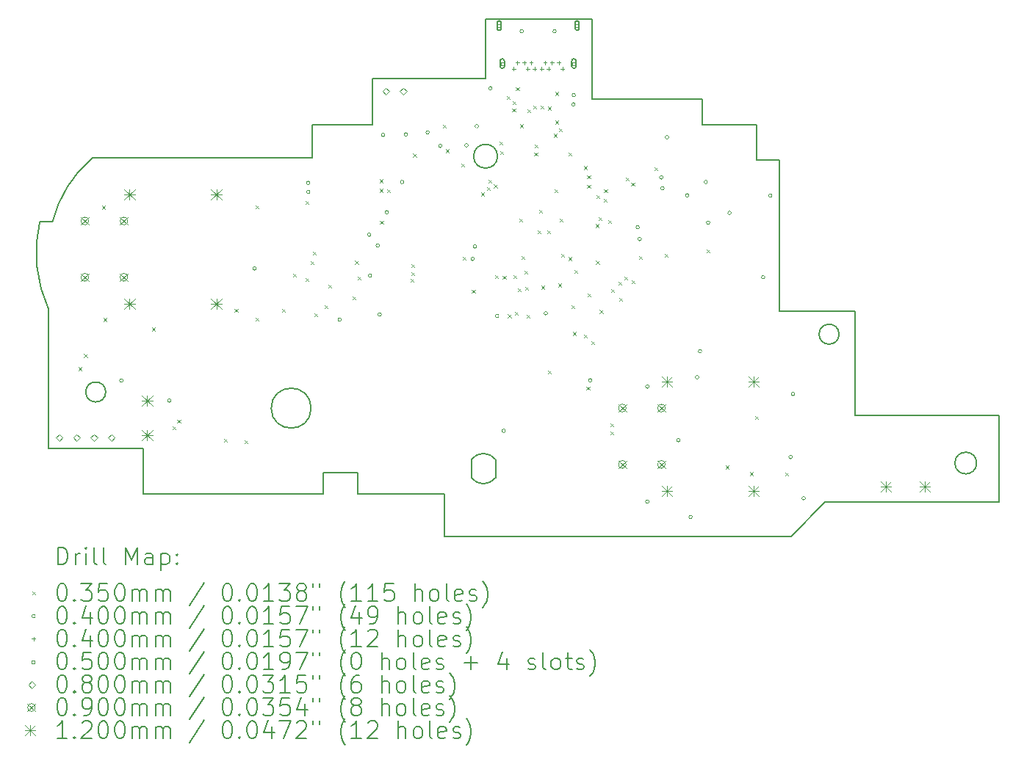
<source format=gbr>
%TF.GenerationSoftware,KiCad,Pcbnew,7.0.6*%
%TF.CreationDate,2023-09-07T00:04:11-07:00*%
%TF.ProjectId,procon_gcc_main_pcb,70726f63-6f6e-45f6-9763-635f6d61696e,1*%
%TF.SameCoordinates,Original*%
%TF.FileFunction,Drillmap*%
%TF.FilePolarity,Positive*%
%FSLAX45Y45*%
G04 Gerber Fmt 4.5, Leading zero omitted, Abs format (unit mm)*
G04 Created by KiCad (PCBNEW 7.0.6) date 2023-09-07 00:04:11*
%MOMM*%
%LPD*%
G01*
G04 APERTURE LIST*
%ADD10C,0.200000*%
%ADD11C,0.035000*%
%ADD12C,0.040000*%
%ADD13C,0.050000*%
%ADD14C,0.080000*%
%ADD15C,0.090000*%
%ADD16C,0.120000*%
G04 APERTURE END LIST*
D10*
X16360622Y-10811436D02*
X16630622Y-10811436D01*
X17155623Y-14761436D02*
X16765622Y-15161436D01*
X12765623Y-15161436D02*
X12765623Y-14671436D01*
X13378123Y-10771436D02*
G75*
G03*
X13378123Y-10771436I-137500J0D01*
G01*
X19155623Y-13761436D02*
X19155623Y-14761436D01*
X13355623Y-14270000D02*
G75*
G03*
X13075623Y-14270000I-140000J-105000D01*
G01*
X16630622Y-12561436D02*
X17500623Y-12561436D01*
X16360622Y-10411436D02*
X16360622Y-10811436D01*
X13240623Y-9871436D02*
X13240623Y-9186436D01*
X11765623Y-14421436D02*
X11365623Y-14421436D01*
X9295623Y-14141436D02*
X8205623Y-14141436D01*
X17500623Y-12561436D02*
X17500623Y-13761436D01*
X12765623Y-14671436D02*
X11765623Y-14671436D01*
X8705623Y-10791436D02*
X11240623Y-10791436D01*
X18900000Y-14311000D02*
G75*
G03*
X18900000Y-14311000I-125000J0D01*
G01*
X14470622Y-9186436D02*
X14470622Y-10111436D01*
X9295623Y-14671436D02*
X9295623Y-14141436D01*
X11940623Y-9871436D02*
X13240623Y-9871436D01*
X15740622Y-10111436D02*
X15740622Y-10411436D01*
X11365623Y-14671436D02*
X9295623Y-14671436D01*
X16765622Y-15161436D02*
X12765623Y-15161436D01*
X8101675Y-11525814D02*
X8249271Y-11525814D01*
X8205623Y-14141436D02*
X8205623Y-12541436D01*
X15740622Y-10411436D02*
X16360622Y-10411436D01*
X8862500Y-13491436D02*
G75*
G03*
X8862500Y-13491436I-115000J0D01*
G01*
X11240623Y-10411436D02*
X11940623Y-10411436D01*
X11765623Y-14671436D02*
X11765623Y-14421436D01*
X11230000Y-13677500D02*
G75*
G03*
X11230000Y-13677500I-230000J0D01*
G01*
X11240623Y-10791436D02*
X11240623Y-10411436D01*
X13240623Y-9186436D02*
X14470622Y-9186436D01*
X11365623Y-14421436D02*
X11365623Y-14671436D01*
X17500623Y-13761436D02*
X19155623Y-13761436D01*
X19155623Y-14761436D02*
X17155623Y-14761436D01*
X11940623Y-10411436D02*
X11940623Y-9871436D01*
X8101678Y-11525815D02*
G75*
G03*
X8205623Y-12541436I1538942J-355625D01*
G01*
X8705623Y-10791436D02*
G75*
G03*
X8249271Y-11525814I935000J-1089999D01*
G01*
X17315000Y-12825000D02*
G75*
G03*
X17315000Y-12825000I-115000J0D01*
G01*
X16630622Y-10811436D02*
X16630622Y-12561436D01*
X13075623Y-14480000D02*
G75*
G03*
X13355623Y-14480000I140000J105000D01*
G01*
X14470622Y-10111436D02*
X15740622Y-10111436D01*
X13075623Y-14480000D02*
X13075623Y-14270000D01*
X13355623Y-14270000D02*
X13355623Y-14480000D01*
D11*
X8552460Y-13205740D02*
X8587460Y-13240740D01*
X8587460Y-13205740D02*
X8552460Y-13240740D01*
X8613420Y-13053340D02*
X8648420Y-13088340D01*
X8648420Y-13053340D02*
X8613420Y-13088340D01*
X8821700Y-11343920D02*
X8856700Y-11378920D01*
X8856700Y-11343920D02*
X8821700Y-11378920D01*
X8834400Y-12639320D02*
X8869400Y-12674320D01*
X8869400Y-12639320D02*
X8834400Y-12674320D01*
X9398280Y-12748540D02*
X9433280Y-12783540D01*
X9433280Y-12748540D02*
X9398280Y-12783540D01*
X9634500Y-13886460D02*
X9669500Y-13921460D01*
X9669500Y-13886460D02*
X9634500Y-13921460D01*
X9687840Y-13812800D02*
X9722840Y-13847800D01*
X9722840Y-13812800D02*
X9687840Y-13847800D01*
X10223780Y-14028700D02*
X10258780Y-14063700D01*
X10258780Y-14028700D02*
X10223780Y-14063700D01*
X10348240Y-12530100D02*
X10383240Y-12565100D01*
X10383240Y-12530100D02*
X10348240Y-12565100D01*
X10465080Y-14051560D02*
X10500080Y-14086560D01*
X10500080Y-14051560D02*
X10465080Y-14086560D01*
X10589540Y-11341380D02*
X10624540Y-11376380D01*
X10624540Y-11341380D02*
X10589540Y-11376380D01*
X10592080Y-12636780D02*
X10627080Y-12671780D01*
X10627080Y-12636780D02*
X10592080Y-12671780D01*
X10891800Y-12530100D02*
X10926800Y-12565100D01*
X10926800Y-12530100D02*
X10891800Y-12565100D01*
X11023880Y-12123700D02*
X11058880Y-12158700D01*
X11058880Y-12123700D02*
X11023880Y-12158700D01*
X11166120Y-11285500D02*
X11201120Y-11320500D01*
X11201120Y-11285500D02*
X11166120Y-11320500D01*
X11168660Y-12174500D02*
X11203660Y-12209500D01*
X11203660Y-12174500D02*
X11168660Y-12209500D01*
X11224540Y-11984000D02*
X11259540Y-12019000D01*
X11259540Y-11984000D02*
X11224540Y-12019000D01*
X11247400Y-11874780D02*
X11282400Y-11909780D01*
X11282400Y-11874780D02*
X11247400Y-11909780D01*
X11267720Y-12583440D02*
X11302720Y-12618440D01*
X11302720Y-12583440D02*
X11267720Y-12618440D01*
X11387998Y-12490221D02*
X11422998Y-12525221D01*
X11422998Y-12490221D02*
X11387998Y-12525221D01*
X11430280Y-12253240D02*
X11465280Y-12288240D01*
X11465280Y-12253240D02*
X11430280Y-12288240D01*
X11707140Y-12390400D02*
X11742140Y-12425400D01*
X11742140Y-12390400D02*
X11707140Y-12425400D01*
X11737620Y-11978920D02*
X11772620Y-12013920D01*
X11772620Y-11978920D02*
X11737620Y-12013920D01*
X11765560Y-12161800D02*
X11800560Y-12196800D01*
X11800560Y-12161800D02*
X11765560Y-12196800D01*
X12019560Y-11148340D02*
X12054560Y-11183340D01*
X12054560Y-11148340D02*
X12019560Y-11183340D01*
X12022100Y-11039120D02*
X12057100Y-11074120D01*
X12057100Y-11039120D02*
X12022100Y-11074120D01*
X12024640Y-11519180D02*
X12059640Y-11554180D01*
X12059640Y-11519180D02*
X12024640Y-11554180D01*
X12105920Y-11153420D02*
X12140920Y-11188420D01*
X12140920Y-11153420D02*
X12105920Y-11188420D01*
X12377375Y-12189196D02*
X12412375Y-12224196D01*
X12412375Y-12189196D02*
X12377375Y-12224196D01*
X12385320Y-12014480D02*
X12420320Y-12049480D01*
X12420320Y-12014480D02*
X12385320Y-12049480D01*
X12385320Y-12108460D02*
X12420320Y-12143460D01*
X12420320Y-12108460D02*
X12385320Y-12143460D01*
X12405640Y-10742450D02*
X12440640Y-10777450D01*
X12440640Y-10742450D02*
X12405640Y-10777450D01*
X12746647Y-10409847D02*
X12781647Y-10444847D01*
X12781647Y-10409847D02*
X12746647Y-10444847D01*
X12784100Y-10691650D02*
X12819100Y-10726650D01*
X12819100Y-10691650D02*
X12784100Y-10726650D01*
X12961900Y-10858780D02*
X12996900Y-10893780D01*
X12996900Y-10858780D02*
X12961900Y-10893780D01*
X12979680Y-11930660D02*
X13014680Y-11965660D01*
X13014680Y-11930660D02*
X12979680Y-11965660D01*
X13083820Y-12314200D02*
X13118820Y-12349200D01*
X13118820Y-12314200D02*
X13083820Y-12349200D01*
X13191453Y-11191347D02*
X13226453Y-11226347D01*
X13226453Y-11191347D02*
X13191453Y-11226347D01*
X13254817Y-11129743D02*
X13289817Y-11164743D01*
X13289817Y-11129743D02*
X13254817Y-11164743D01*
X13271780Y-11041660D02*
X13306780Y-11076660D01*
X13306780Y-11041660D02*
X13271780Y-11076660D01*
X13337820Y-11097540D02*
X13372820Y-11132540D01*
X13372820Y-11097540D02*
X13337820Y-11132540D01*
X13353060Y-12146560D02*
X13388060Y-12181560D01*
X13388060Y-12146560D02*
X13353060Y-12181560D01*
X13403860Y-10604780D02*
X13438860Y-10639780D01*
X13438860Y-10604780D02*
X13403860Y-10639780D01*
X13410210Y-10716409D02*
X13445210Y-10751409D01*
X13445210Y-10716409D02*
X13410210Y-10751409D01*
X13439420Y-12149100D02*
X13474420Y-12184100D01*
X13474420Y-12149100D02*
X13439420Y-12184100D01*
X13485140Y-10079000D02*
X13520140Y-10114000D01*
X13520140Y-10079000D02*
X13485140Y-10114000D01*
X13497840Y-12596140D02*
X13532840Y-12631140D01*
X13532840Y-12596140D02*
X13497840Y-12631140D01*
X13548640Y-10221240D02*
X13583640Y-10256240D01*
X13583640Y-10221240D02*
X13548640Y-10256240D01*
X13551180Y-10134880D02*
X13586180Y-10169880D01*
X13586180Y-10134880D02*
X13551180Y-10169880D01*
X13563880Y-12146560D02*
X13598880Y-12181560D01*
X13598880Y-12146560D02*
X13563880Y-12181560D01*
X13581660Y-12568200D02*
X13616660Y-12603200D01*
X13616660Y-12568200D02*
X13581660Y-12603200D01*
X13591820Y-9974860D02*
X13626820Y-10009860D01*
X13626820Y-9974860D02*
X13591820Y-10009860D01*
X13612140Y-12296420D02*
X13647140Y-12331420D01*
X13647140Y-12296420D02*
X13612140Y-12331420D01*
X13627380Y-11493780D02*
X13662380Y-11528780D01*
X13662380Y-11493780D02*
X13627380Y-11528780D01*
X13638027Y-10404022D02*
X13673027Y-10439022D01*
X13673027Y-10404022D02*
X13638027Y-10439022D01*
X13657860Y-11925580D02*
X13692860Y-11960580D01*
X13692860Y-11925580D02*
X13657860Y-11960580D01*
X13689736Y-12095659D02*
X13724736Y-12130659D01*
X13724736Y-12095659D02*
X13689736Y-12130659D01*
X13698500Y-12281180D02*
X13733500Y-12316180D01*
X13733500Y-12281180D02*
X13698500Y-12316180D01*
X13716280Y-12598680D02*
X13751280Y-12633680D01*
X13751280Y-12598680D02*
X13716280Y-12633680D01*
X13719224Y-10228803D02*
X13754224Y-10263803D01*
X13754224Y-10228803D02*
X13719224Y-10263803D01*
X13793019Y-10186450D02*
X13828019Y-10221450D01*
X13828019Y-10186450D02*
X13793019Y-10221450D01*
X13803369Y-10727702D02*
X13838369Y-10762702D01*
X13838369Y-10727702D02*
X13803369Y-10762702D01*
X13803940Y-10635161D02*
X13838940Y-10670161D01*
X13838940Y-10635161D02*
X13803940Y-10670161D01*
X13844550Y-11630809D02*
X13879550Y-11665809D01*
X13879550Y-11630809D02*
X13844550Y-11665809D01*
X13861060Y-11392180D02*
X13896060Y-11427180D01*
X13896060Y-11392180D02*
X13861060Y-11427180D01*
X13878205Y-10189316D02*
X13913205Y-10224316D01*
X13913205Y-10189316D02*
X13878205Y-10224316D01*
X13881380Y-12265940D02*
X13916380Y-12300940D01*
X13916380Y-12265940D02*
X13881380Y-12300940D01*
X13948690Y-11625729D02*
X13983690Y-11660729D01*
X13983690Y-11625729D02*
X13948690Y-11660729D01*
X13957580Y-13246380D02*
X13992580Y-13281380D01*
X13992580Y-13246380D02*
X13957580Y-13281380D01*
X13962776Y-10200502D02*
X13997776Y-10235502D01*
X13997776Y-10200502D02*
X13962776Y-10235502D01*
X14029583Y-10513647D02*
X14064583Y-10548647D01*
X14064583Y-10513647D02*
X14029583Y-10548647D01*
X14037753Y-11150548D02*
X14072753Y-11185548D01*
X14072753Y-11150548D02*
X14037753Y-11185548D01*
X14041313Y-10360940D02*
X14076313Y-10395940D01*
X14076313Y-10360940D02*
X14041313Y-10395940D01*
X14041400Y-10030740D02*
X14076400Y-10065740D01*
X14076400Y-10030740D02*
X14041400Y-10065740D01*
X14075193Y-12241313D02*
X14110193Y-12276313D01*
X14110193Y-12241313D02*
X14075193Y-12276313D01*
X14088345Y-10451876D02*
X14123345Y-10486876D01*
X14123345Y-10451876D02*
X14088345Y-10486876D01*
X14094740Y-11488700D02*
X14129740Y-11523700D01*
X14129740Y-11488700D02*
X14094740Y-11523700D01*
X14115060Y-11897640D02*
X14150060Y-11932640D01*
X14150060Y-11897640D02*
X14115060Y-11932640D01*
X14193800Y-11935740D02*
X14228800Y-11970740D01*
X14228800Y-11935740D02*
X14193800Y-11970740D01*
X14196340Y-10731780D02*
X14231340Y-10766780D01*
X14231340Y-10731780D02*
X14196340Y-10766780D01*
X14231900Y-12492000D02*
X14266900Y-12527000D01*
X14266900Y-12492000D02*
X14231900Y-12527000D01*
X14249680Y-12799340D02*
X14284680Y-12834340D01*
X14284680Y-12799340D02*
X14249680Y-12834340D01*
X14264920Y-12086313D02*
X14299920Y-12121313D01*
X14299920Y-12086313D02*
X14264920Y-12121313D01*
X14371600Y-10886720D02*
X14406600Y-10921720D01*
X14406600Y-10886720D02*
X14371600Y-10921720D01*
X14371600Y-12827280D02*
X14406600Y-12862280D01*
X14406600Y-12827280D02*
X14371600Y-12862280D01*
X14404620Y-13429260D02*
X14439620Y-13464260D01*
X14439620Y-13429260D02*
X14404620Y-13464260D01*
X14412240Y-10993400D02*
X14447240Y-11028400D01*
X14447240Y-10993400D02*
X14412240Y-11028400D01*
X14412240Y-11102620D02*
X14447240Y-11137620D01*
X14447240Y-11102620D02*
X14412240Y-11137620D01*
X14419860Y-12352300D02*
X14454860Y-12387300D01*
X14454860Y-12352300D02*
X14419860Y-12387300D01*
X14457960Y-12906020D02*
X14492960Y-12941020D01*
X14492960Y-12906020D02*
X14457960Y-12941020D01*
X14511937Y-11555409D02*
X14546937Y-11590409D01*
X14546937Y-11555409D02*
X14511937Y-11590409D01*
X14513840Y-11978920D02*
X14548840Y-12013920D01*
X14548840Y-11978920D02*
X14513840Y-12013920D01*
X14516380Y-11219460D02*
X14551380Y-11254460D01*
X14551380Y-11219460D02*
X14516380Y-11254460D01*
X14541016Y-11473873D02*
X14576016Y-11508873D01*
X14576016Y-11473873D02*
X14541016Y-11508873D01*
X14557020Y-12545340D02*
X14592020Y-12580340D01*
X14592020Y-12545340D02*
X14557020Y-12580340D01*
X14599936Y-11262369D02*
X14634936Y-11297369D01*
X14634936Y-11262369D02*
X14599936Y-11297369D01*
X14607820Y-11153420D02*
X14642820Y-11188420D01*
X14642820Y-11153420D02*
X14607820Y-11188420D01*
X14651000Y-11506480D02*
X14686000Y-11541480D01*
X14686000Y-11506480D02*
X14651000Y-11541480D01*
X14681480Y-13853440D02*
X14716480Y-13888440D01*
X14716480Y-13853440D02*
X14681480Y-13888440D01*
X14681480Y-13944880D02*
X14716480Y-13979880D01*
X14716480Y-13944880D02*
X14681480Y-13979880D01*
X14686560Y-12306580D02*
X14721560Y-12341580D01*
X14721560Y-12306580D02*
X14686560Y-12341580D01*
X14775460Y-12220220D02*
X14810460Y-12255220D01*
X14810460Y-12220220D02*
X14775460Y-12255220D01*
X14778000Y-12403100D02*
X14813000Y-12438100D01*
X14813000Y-12403100D02*
X14778000Y-12438100D01*
X14841500Y-12161800D02*
X14876500Y-12196800D01*
X14876500Y-12161800D02*
X14841500Y-12196800D01*
X14859280Y-11019440D02*
X14894280Y-11054440D01*
X14894280Y-11019440D02*
X14859280Y-11054440D01*
X14920240Y-11079760D02*
X14955240Y-11114760D01*
X14955240Y-11079760D02*
X14920240Y-11114760D01*
X14921255Y-12201870D02*
X14956255Y-12236870D01*
X14956255Y-12201870D02*
X14921255Y-12236870D01*
X15009140Y-11923040D02*
X15044140Y-11958040D01*
X15044140Y-11923040D02*
X15009140Y-11958040D01*
X15185239Y-10899148D02*
X15220239Y-10934148D01*
X15220239Y-10899148D02*
X15185239Y-10934148D01*
X15306320Y-11900180D02*
X15341320Y-11935180D01*
X15341320Y-11900180D02*
X15306320Y-11935180D01*
X15788074Y-11843795D02*
X15823074Y-11878795D01*
X15823074Y-11843795D02*
X15788074Y-11878795D01*
X16007360Y-14341120D02*
X16042360Y-14376120D01*
X16042360Y-14341120D02*
X16007360Y-14376120D01*
X16286760Y-14417320D02*
X16321760Y-14452320D01*
X16321760Y-14417320D02*
X16286760Y-14452320D01*
X16345180Y-13767080D02*
X16380180Y-13802080D01*
X16380180Y-13767080D02*
X16345180Y-13802080D01*
X16695700Y-14419860D02*
X16730700Y-14454860D01*
X16730700Y-14419860D02*
X16695700Y-14454860D01*
D12*
X9062400Y-13360400D02*
G75*
G03*
X9062400Y-13360400I-20000J0D01*
G01*
X9616120Y-13591540D02*
G75*
G03*
X9616120Y-13591540I-20000J0D01*
G01*
X10596560Y-12067540D02*
G75*
G03*
X10596560Y-12067540I-20000J0D01*
G01*
X11216320Y-11077780D02*
G75*
G03*
X11216320Y-11077780I-20000J0D01*
G01*
X11216320Y-11182780D02*
G75*
G03*
X11216320Y-11182780I-20000J0D01*
G01*
X11579540Y-12656820D02*
G75*
G03*
X11579540Y-12656820I-20000J0D01*
G01*
X11920670Y-11677410D02*
G75*
G03*
X11920670Y-11677410I-20000J0D01*
G01*
X11927520Y-12148820D02*
G75*
G03*
X11927520Y-12148820I-20000J0D01*
G01*
X12018392Y-11802239D02*
G75*
G03*
X12018392Y-11802239I-20000J0D01*
G01*
X12039280Y-12598400D02*
G75*
G03*
X12039280Y-12598400I-20000J0D01*
G01*
X12079920Y-10525760D02*
G75*
G03*
X12079920Y-10525760I-20000J0D01*
G01*
X12123100Y-11417300D02*
G75*
G03*
X12123100Y-11417300I-20000J0D01*
G01*
X12298360Y-11069320D02*
G75*
G03*
X12298360Y-11069320I-20000J0D01*
G01*
X12341540Y-10520680D02*
G75*
G03*
X12341540Y-10520680I-20000J0D01*
G01*
X12592272Y-10495609D02*
G75*
G03*
X12592272Y-10495609I-20000J0D01*
G01*
X12737724Y-10652945D02*
G75*
G03*
X12737724Y-10652945I-20000J0D01*
G01*
X13039984Y-10644452D02*
G75*
G03*
X13039984Y-10644452I-20000J0D01*
G01*
X13111160Y-11955780D02*
G75*
G03*
X13111160Y-11955780I-20000J0D01*
G01*
X13139100Y-11813540D02*
G75*
G03*
X13139100Y-11813540I-20000J0D01*
G01*
X13159420Y-10424160D02*
G75*
G03*
X13159420Y-10424160I-20000J0D01*
G01*
X13316900Y-9987280D02*
G75*
G03*
X13316900Y-9987280I-20000J0D01*
G01*
X13393100Y-12613640D02*
G75*
G03*
X13393100Y-12613640I-20000J0D01*
G01*
X13469300Y-13939520D02*
G75*
G03*
X13469300Y-13939520I-20000J0D01*
G01*
X13677580Y-9329420D02*
G75*
G03*
X13677580Y-9329420I-20000J0D01*
G01*
X13954440Y-12583160D02*
G75*
G03*
X13954440Y-12583160I-20000J0D01*
G01*
X14056040Y-9329420D02*
G75*
G03*
X14056040Y-9329420I-20000J0D01*
G01*
X14274480Y-10172700D02*
G75*
G03*
X14274480Y-10172700I-20000J0D01*
G01*
X14277020Y-10066020D02*
G75*
G03*
X14277020Y-10066020I-20000J0D01*
G01*
X14467520Y-13357860D02*
G75*
G03*
X14467520Y-13357860I-20000J0D01*
G01*
X15013620Y-11590020D02*
G75*
G03*
X15013620Y-11590020I-20000J0D01*
G01*
X15036480Y-11727180D02*
G75*
G03*
X15036480Y-11727180I-20000J0D01*
G01*
X15125380Y-13428980D02*
G75*
G03*
X15125380Y-13428980I-20000J0D01*
G01*
X15125380Y-14754860D02*
G75*
G03*
X15125380Y-14754860I-20000J0D01*
G01*
X15285720Y-11016300D02*
G75*
G03*
X15285720Y-11016300I-20000J0D01*
G01*
X15298420Y-11140760D02*
G75*
G03*
X15298420Y-11140760I-20000J0D01*
G01*
X15351440Y-10553700D02*
G75*
G03*
X15351440Y-10553700I-20000J0D01*
G01*
X15483520Y-14048740D02*
G75*
G03*
X15483520Y-14048740I-20000J0D01*
G01*
X15585120Y-11221720D02*
G75*
G03*
X15585120Y-11221720I-20000J0D01*
G01*
X15623220Y-14932660D02*
G75*
G03*
X15623220Y-14932660I-20000J0D01*
G01*
X15699420Y-13322300D02*
G75*
G03*
X15699420Y-13322300I-20000J0D01*
G01*
X15732440Y-13022580D02*
G75*
G03*
X15732440Y-13022580I-20000J0D01*
G01*
X15798480Y-11069320D02*
G75*
G03*
X15798480Y-11069320I-20000J0D01*
G01*
X15825574Y-11536680D02*
G75*
G03*
X15825574Y-11536680I-20000J0D01*
G01*
X16072800Y-11424920D02*
G75*
G03*
X16072800Y-11424920I-20000J0D01*
G01*
X16460150Y-12167870D02*
G75*
G03*
X16460150Y-12167870I-20000J0D01*
G01*
X16542700Y-11224260D02*
G75*
G03*
X16542700Y-11224260I-20000J0D01*
G01*
X16776380Y-14241780D02*
G75*
G03*
X16776380Y-14241780I-20000J0D01*
G01*
X16804320Y-13515340D02*
G75*
G03*
X16804320Y-13515340I-20000J0D01*
G01*
X16926240Y-14716760D02*
G75*
G03*
X16926240Y-14716760I-20000J0D01*
G01*
X13566000Y-9742500D02*
X13566000Y-9782500D01*
X13546000Y-9762500D02*
X13586000Y-9762500D01*
X13606000Y-9672500D02*
X13606000Y-9712500D01*
X13586000Y-9692500D02*
X13626000Y-9692500D01*
X13686000Y-9672500D02*
X13686000Y-9712500D01*
X13666000Y-9692500D02*
X13706000Y-9692500D01*
X13726000Y-9742500D02*
X13726000Y-9782500D01*
X13706000Y-9762500D02*
X13746000Y-9762500D01*
X13766000Y-9672500D02*
X13766000Y-9712500D01*
X13746000Y-9692500D02*
X13786000Y-9692500D01*
X13806000Y-9742500D02*
X13806000Y-9782500D01*
X13786000Y-9762500D02*
X13826000Y-9762500D01*
X13886000Y-9742500D02*
X13886000Y-9782500D01*
X13866000Y-9762500D02*
X13906000Y-9762500D01*
X13926000Y-9672500D02*
X13926000Y-9712500D01*
X13906000Y-9692500D02*
X13946000Y-9692500D01*
X13966000Y-9742500D02*
X13966000Y-9782500D01*
X13946000Y-9762500D02*
X13986000Y-9762500D01*
X14006000Y-9672500D02*
X14006000Y-9712500D01*
X13986000Y-9692500D02*
X14026000Y-9692500D01*
X14086000Y-9672500D02*
X14086000Y-9712500D01*
X14066000Y-9692500D02*
X14106000Y-9692500D01*
X14126000Y-9742500D02*
X14126000Y-9782500D01*
X14106000Y-9762500D02*
X14146000Y-9762500D01*
D13*
X13414678Y-9281178D02*
X13414678Y-9245822D01*
X13379322Y-9245822D01*
X13379322Y-9281178D01*
X13414678Y-9281178D01*
D10*
X13422000Y-9293500D02*
X13422000Y-9233500D01*
X13422000Y-9233500D02*
G75*
G03*
X13372000Y-9233500I-25000J0D01*
G01*
X13372000Y-9233500D02*
X13372000Y-9293500D01*
X13372000Y-9293500D02*
G75*
G03*
X13422000Y-9293500I25000J0D01*
G01*
D13*
X13450678Y-9720178D02*
X13450678Y-9684822D01*
X13415322Y-9684822D01*
X13415322Y-9720178D01*
X13450678Y-9720178D01*
D10*
X13458000Y-9732500D02*
X13458000Y-9672500D01*
X13458000Y-9672500D02*
G75*
G03*
X13408000Y-9672500I-25000J0D01*
G01*
X13408000Y-9672500D02*
X13408000Y-9732500D01*
X13408000Y-9732500D02*
G75*
G03*
X13458000Y-9732500I25000J0D01*
G01*
D13*
X14276678Y-9720178D02*
X14276678Y-9684822D01*
X14241322Y-9684822D01*
X14241322Y-9720178D01*
X14276678Y-9720178D01*
D10*
X14284000Y-9732500D02*
X14284000Y-9672500D01*
X14284000Y-9672500D02*
G75*
G03*
X14234000Y-9672500I-25000J0D01*
G01*
X14234000Y-9672500D02*
X14234000Y-9732500D01*
X14234000Y-9732500D02*
G75*
G03*
X14284000Y-9732500I25000J0D01*
G01*
D13*
X14312678Y-9281178D02*
X14312678Y-9245822D01*
X14277322Y-9245822D01*
X14277322Y-9281178D01*
X14312678Y-9281178D01*
D10*
X14320000Y-9293500D02*
X14320000Y-9233500D01*
X14320000Y-9233500D02*
G75*
G03*
X14270000Y-9233500I-25000J0D01*
G01*
X14270000Y-9233500D02*
X14270000Y-9293500D01*
X14270000Y-9293500D02*
G75*
G03*
X14320000Y-9293500I25000J0D01*
G01*
D14*
X8327440Y-14058260D02*
X8367440Y-14018260D01*
X8327440Y-13978260D01*
X8287440Y-14018260D01*
X8327440Y-14058260D01*
X8527440Y-14058260D02*
X8567440Y-14018260D01*
X8527440Y-13978260D01*
X8487440Y-14018260D01*
X8527440Y-14058260D01*
X8727440Y-14058260D02*
X8767440Y-14018260D01*
X8727440Y-13978260D01*
X8687440Y-14018260D01*
X8727440Y-14058260D01*
X8927440Y-14058260D02*
X8967440Y-14018260D01*
X8927440Y-13978260D01*
X8887440Y-14018260D01*
X8927440Y-14058260D01*
X12092000Y-10062840D02*
X12132000Y-10022840D01*
X12092000Y-9982840D01*
X12052000Y-10022840D01*
X12092000Y-10062840D01*
X12292000Y-10062840D02*
X12332000Y-10022840D01*
X12292000Y-9982840D01*
X12252000Y-10022840D01*
X12292000Y-10062840D01*
D15*
X8577700Y-11473260D02*
X8667700Y-11563260D01*
X8667700Y-11473260D02*
X8577700Y-11563260D01*
X8667700Y-11518260D02*
G75*
G03*
X8667700Y-11518260I-45000J0D01*
G01*
X8577700Y-12123260D02*
X8667700Y-12213260D01*
X8667700Y-12123260D02*
X8577700Y-12213260D01*
X8667700Y-12168260D02*
G75*
G03*
X8667700Y-12168260I-45000J0D01*
G01*
X9027700Y-11473260D02*
X9117700Y-11563260D01*
X9117700Y-11473260D02*
X9027700Y-11563260D01*
X9117700Y-11518260D02*
G75*
G03*
X9117700Y-11518260I-45000J0D01*
G01*
X9027700Y-12123260D02*
X9117700Y-12213260D01*
X9117700Y-12123260D02*
X9027700Y-12213260D01*
X9117700Y-12168260D02*
G75*
G03*
X9117700Y-12168260I-45000J0D01*
G01*
X14772020Y-13632200D02*
X14862020Y-13722200D01*
X14862020Y-13632200D02*
X14772020Y-13722200D01*
X14862020Y-13677200D02*
G75*
G03*
X14862020Y-13677200I-45000J0D01*
G01*
X14772020Y-14282200D02*
X14862020Y-14372200D01*
X14862020Y-14282200D02*
X14772020Y-14372200D01*
X14862020Y-14327200D02*
G75*
G03*
X14862020Y-14327200I-45000J0D01*
G01*
X15222020Y-13632200D02*
X15312020Y-13722200D01*
X15312020Y-13632200D02*
X15222020Y-13722200D01*
X15312020Y-13677200D02*
G75*
G03*
X15312020Y-13677200I-45000J0D01*
G01*
X15222020Y-14282200D02*
X15312020Y-14372200D01*
X15312020Y-14282200D02*
X15222020Y-14372200D01*
X15312020Y-14327200D02*
G75*
G03*
X15312020Y-14327200I-45000J0D01*
G01*
D16*
X9077700Y-11150760D02*
X9197700Y-11270760D01*
X9197700Y-11150760D02*
X9077700Y-11270760D01*
X9137700Y-11150760D02*
X9137700Y-11270760D01*
X9077700Y-11210760D02*
X9197700Y-11210760D01*
X9077700Y-12415760D02*
X9197700Y-12535760D01*
X9197700Y-12415760D02*
X9077700Y-12535760D01*
X9137700Y-12415760D02*
X9137700Y-12535760D01*
X9077700Y-12475760D02*
X9197700Y-12475760D01*
X9281399Y-13530930D02*
X9401399Y-13650930D01*
X9401399Y-13530930D02*
X9281399Y-13650930D01*
X9341399Y-13530930D02*
X9341399Y-13650930D01*
X9281399Y-13590930D02*
X9401399Y-13590930D01*
X9281399Y-13930320D02*
X9401399Y-14050320D01*
X9401399Y-13930320D02*
X9281399Y-14050320D01*
X9341399Y-13930320D02*
X9341399Y-14050320D01*
X9281399Y-13990320D02*
X9401399Y-13990320D01*
X10077700Y-11150760D02*
X10197700Y-11270760D01*
X10197700Y-11150760D02*
X10077700Y-11270760D01*
X10137700Y-11150760D02*
X10137700Y-11270760D01*
X10077700Y-11210760D02*
X10197700Y-11210760D01*
X10077700Y-12415760D02*
X10197700Y-12535760D01*
X10197700Y-12415760D02*
X10077700Y-12535760D01*
X10137700Y-12415760D02*
X10137700Y-12535760D01*
X10077700Y-12475760D02*
X10197700Y-12475760D01*
X15272020Y-13309700D02*
X15392020Y-13429700D01*
X15392020Y-13309700D02*
X15272020Y-13429700D01*
X15332020Y-13309700D02*
X15332020Y-13429700D01*
X15272020Y-13369700D02*
X15392020Y-13369700D01*
X15272020Y-14574700D02*
X15392020Y-14694700D01*
X15392020Y-14574700D02*
X15272020Y-14694700D01*
X15332020Y-14574700D02*
X15332020Y-14694700D01*
X15272020Y-14634700D02*
X15392020Y-14634700D01*
X16272020Y-13309700D02*
X16392020Y-13429700D01*
X16392020Y-13309700D02*
X16272020Y-13429700D01*
X16332020Y-13309700D02*
X16332020Y-13429700D01*
X16272020Y-13369700D02*
X16392020Y-13369700D01*
X16272020Y-14574700D02*
X16392020Y-14694700D01*
X16392020Y-14574700D02*
X16272020Y-14694700D01*
X16332020Y-14574700D02*
X16332020Y-14694700D01*
X16272020Y-14634700D02*
X16392020Y-14634700D01*
X17796200Y-14524875D02*
X17916200Y-14644875D01*
X17916200Y-14524875D02*
X17796200Y-14644875D01*
X17856200Y-14524875D02*
X17856200Y-14644875D01*
X17796200Y-14584875D02*
X17916200Y-14584875D01*
X18246200Y-14524875D02*
X18366200Y-14644875D01*
X18366200Y-14524875D02*
X18246200Y-14644875D01*
X18306200Y-14524875D02*
X18306200Y-14644875D01*
X18246200Y-14584875D02*
X18366200Y-14584875D01*
D10*
X8311899Y-15482919D02*
X8311899Y-15282919D01*
X8311899Y-15282919D02*
X8359518Y-15282919D01*
X8359518Y-15282919D02*
X8388090Y-15292443D01*
X8388090Y-15292443D02*
X8407138Y-15311491D01*
X8407138Y-15311491D02*
X8416661Y-15330538D01*
X8416661Y-15330538D02*
X8426185Y-15368634D01*
X8426185Y-15368634D02*
X8426185Y-15397205D01*
X8426185Y-15397205D02*
X8416661Y-15435300D01*
X8416661Y-15435300D02*
X8407138Y-15454348D01*
X8407138Y-15454348D02*
X8388090Y-15473396D01*
X8388090Y-15473396D02*
X8359518Y-15482919D01*
X8359518Y-15482919D02*
X8311899Y-15482919D01*
X8511899Y-15482919D02*
X8511899Y-15349586D01*
X8511899Y-15387681D02*
X8521423Y-15368634D01*
X8521423Y-15368634D02*
X8530947Y-15359110D01*
X8530947Y-15359110D02*
X8549995Y-15349586D01*
X8549995Y-15349586D02*
X8569042Y-15349586D01*
X8635709Y-15482919D02*
X8635709Y-15349586D01*
X8635709Y-15282919D02*
X8626185Y-15292443D01*
X8626185Y-15292443D02*
X8635709Y-15301967D01*
X8635709Y-15301967D02*
X8645233Y-15292443D01*
X8645233Y-15292443D02*
X8635709Y-15282919D01*
X8635709Y-15282919D02*
X8635709Y-15301967D01*
X8759518Y-15482919D02*
X8740471Y-15473396D01*
X8740471Y-15473396D02*
X8730947Y-15454348D01*
X8730947Y-15454348D02*
X8730947Y-15282919D01*
X8864280Y-15482919D02*
X8845233Y-15473396D01*
X8845233Y-15473396D02*
X8835709Y-15454348D01*
X8835709Y-15454348D02*
X8835709Y-15282919D01*
X9092852Y-15482919D02*
X9092852Y-15282919D01*
X9092852Y-15282919D02*
X9159519Y-15425777D01*
X9159519Y-15425777D02*
X9226185Y-15282919D01*
X9226185Y-15282919D02*
X9226185Y-15482919D01*
X9407138Y-15482919D02*
X9407138Y-15378158D01*
X9407138Y-15378158D02*
X9397614Y-15359110D01*
X9397614Y-15359110D02*
X9378566Y-15349586D01*
X9378566Y-15349586D02*
X9340471Y-15349586D01*
X9340471Y-15349586D02*
X9321423Y-15359110D01*
X9407138Y-15473396D02*
X9388090Y-15482919D01*
X9388090Y-15482919D02*
X9340471Y-15482919D01*
X9340471Y-15482919D02*
X9321423Y-15473396D01*
X9321423Y-15473396D02*
X9311899Y-15454348D01*
X9311899Y-15454348D02*
X9311899Y-15435300D01*
X9311899Y-15435300D02*
X9321423Y-15416253D01*
X9321423Y-15416253D02*
X9340471Y-15406729D01*
X9340471Y-15406729D02*
X9388090Y-15406729D01*
X9388090Y-15406729D02*
X9407138Y-15397205D01*
X9502376Y-15349586D02*
X9502376Y-15549586D01*
X9502376Y-15359110D02*
X9521423Y-15349586D01*
X9521423Y-15349586D02*
X9559519Y-15349586D01*
X9559519Y-15349586D02*
X9578566Y-15359110D01*
X9578566Y-15359110D02*
X9588090Y-15368634D01*
X9588090Y-15368634D02*
X9597614Y-15387681D01*
X9597614Y-15387681D02*
X9597614Y-15444824D01*
X9597614Y-15444824D02*
X9588090Y-15463872D01*
X9588090Y-15463872D02*
X9578566Y-15473396D01*
X9578566Y-15473396D02*
X9559519Y-15482919D01*
X9559519Y-15482919D02*
X9521423Y-15482919D01*
X9521423Y-15482919D02*
X9502376Y-15473396D01*
X9683328Y-15463872D02*
X9692852Y-15473396D01*
X9692852Y-15473396D02*
X9683328Y-15482919D01*
X9683328Y-15482919D02*
X9673804Y-15473396D01*
X9673804Y-15473396D02*
X9683328Y-15463872D01*
X9683328Y-15463872D02*
X9683328Y-15482919D01*
X9683328Y-15359110D02*
X9692852Y-15368634D01*
X9692852Y-15368634D02*
X9683328Y-15378158D01*
X9683328Y-15378158D02*
X9673804Y-15368634D01*
X9673804Y-15368634D02*
X9683328Y-15359110D01*
X9683328Y-15359110D02*
X9683328Y-15378158D01*
D11*
X8016123Y-15793936D02*
X8051123Y-15828936D01*
X8051123Y-15793936D02*
X8016123Y-15828936D01*
D10*
X8349995Y-15702919D02*
X8369042Y-15702919D01*
X8369042Y-15702919D02*
X8388090Y-15712443D01*
X8388090Y-15712443D02*
X8397614Y-15721967D01*
X8397614Y-15721967D02*
X8407138Y-15741015D01*
X8407138Y-15741015D02*
X8416661Y-15779110D01*
X8416661Y-15779110D02*
X8416661Y-15826729D01*
X8416661Y-15826729D02*
X8407138Y-15864824D01*
X8407138Y-15864824D02*
X8397614Y-15883872D01*
X8397614Y-15883872D02*
X8388090Y-15893396D01*
X8388090Y-15893396D02*
X8369042Y-15902919D01*
X8369042Y-15902919D02*
X8349995Y-15902919D01*
X8349995Y-15902919D02*
X8330947Y-15893396D01*
X8330947Y-15893396D02*
X8321423Y-15883872D01*
X8321423Y-15883872D02*
X8311899Y-15864824D01*
X8311899Y-15864824D02*
X8302376Y-15826729D01*
X8302376Y-15826729D02*
X8302376Y-15779110D01*
X8302376Y-15779110D02*
X8311899Y-15741015D01*
X8311899Y-15741015D02*
X8321423Y-15721967D01*
X8321423Y-15721967D02*
X8330947Y-15712443D01*
X8330947Y-15712443D02*
X8349995Y-15702919D01*
X8502376Y-15883872D02*
X8511899Y-15893396D01*
X8511899Y-15893396D02*
X8502376Y-15902919D01*
X8502376Y-15902919D02*
X8492852Y-15893396D01*
X8492852Y-15893396D02*
X8502376Y-15883872D01*
X8502376Y-15883872D02*
X8502376Y-15902919D01*
X8578566Y-15702919D02*
X8702376Y-15702919D01*
X8702376Y-15702919D02*
X8635709Y-15779110D01*
X8635709Y-15779110D02*
X8664280Y-15779110D01*
X8664280Y-15779110D02*
X8683328Y-15788634D01*
X8683328Y-15788634D02*
X8692852Y-15798158D01*
X8692852Y-15798158D02*
X8702376Y-15817205D01*
X8702376Y-15817205D02*
X8702376Y-15864824D01*
X8702376Y-15864824D02*
X8692852Y-15883872D01*
X8692852Y-15883872D02*
X8683328Y-15893396D01*
X8683328Y-15893396D02*
X8664280Y-15902919D01*
X8664280Y-15902919D02*
X8607138Y-15902919D01*
X8607138Y-15902919D02*
X8588090Y-15893396D01*
X8588090Y-15893396D02*
X8578566Y-15883872D01*
X8883328Y-15702919D02*
X8788090Y-15702919D01*
X8788090Y-15702919D02*
X8778566Y-15798158D01*
X8778566Y-15798158D02*
X8788090Y-15788634D01*
X8788090Y-15788634D02*
X8807138Y-15779110D01*
X8807138Y-15779110D02*
X8854757Y-15779110D01*
X8854757Y-15779110D02*
X8873804Y-15788634D01*
X8873804Y-15788634D02*
X8883328Y-15798158D01*
X8883328Y-15798158D02*
X8892852Y-15817205D01*
X8892852Y-15817205D02*
X8892852Y-15864824D01*
X8892852Y-15864824D02*
X8883328Y-15883872D01*
X8883328Y-15883872D02*
X8873804Y-15893396D01*
X8873804Y-15893396D02*
X8854757Y-15902919D01*
X8854757Y-15902919D02*
X8807138Y-15902919D01*
X8807138Y-15902919D02*
X8788090Y-15893396D01*
X8788090Y-15893396D02*
X8778566Y-15883872D01*
X9016661Y-15702919D02*
X9035709Y-15702919D01*
X9035709Y-15702919D02*
X9054757Y-15712443D01*
X9054757Y-15712443D02*
X9064280Y-15721967D01*
X9064280Y-15721967D02*
X9073804Y-15741015D01*
X9073804Y-15741015D02*
X9083328Y-15779110D01*
X9083328Y-15779110D02*
X9083328Y-15826729D01*
X9083328Y-15826729D02*
X9073804Y-15864824D01*
X9073804Y-15864824D02*
X9064280Y-15883872D01*
X9064280Y-15883872D02*
X9054757Y-15893396D01*
X9054757Y-15893396D02*
X9035709Y-15902919D01*
X9035709Y-15902919D02*
X9016661Y-15902919D01*
X9016661Y-15902919D02*
X8997614Y-15893396D01*
X8997614Y-15893396D02*
X8988090Y-15883872D01*
X8988090Y-15883872D02*
X8978566Y-15864824D01*
X8978566Y-15864824D02*
X8969042Y-15826729D01*
X8969042Y-15826729D02*
X8969042Y-15779110D01*
X8969042Y-15779110D02*
X8978566Y-15741015D01*
X8978566Y-15741015D02*
X8988090Y-15721967D01*
X8988090Y-15721967D02*
X8997614Y-15712443D01*
X8997614Y-15712443D02*
X9016661Y-15702919D01*
X9169042Y-15902919D02*
X9169042Y-15769586D01*
X9169042Y-15788634D02*
X9178566Y-15779110D01*
X9178566Y-15779110D02*
X9197614Y-15769586D01*
X9197614Y-15769586D02*
X9226185Y-15769586D01*
X9226185Y-15769586D02*
X9245233Y-15779110D01*
X9245233Y-15779110D02*
X9254757Y-15798158D01*
X9254757Y-15798158D02*
X9254757Y-15902919D01*
X9254757Y-15798158D02*
X9264280Y-15779110D01*
X9264280Y-15779110D02*
X9283328Y-15769586D01*
X9283328Y-15769586D02*
X9311899Y-15769586D01*
X9311899Y-15769586D02*
X9330947Y-15779110D01*
X9330947Y-15779110D02*
X9340471Y-15798158D01*
X9340471Y-15798158D02*
X9340471Y-15902919D01*
X9435709Y-15902919D02*
X9435709Y-15769586D01*
X9435709Y-15788634D02*
X9445233Y-15779110D01*
X9445233Y-15779110D02*
X9464280Y-15769586D01*
X9464280Y-15769586D02*
X9492852Y-15769586D01*
X9492852Y-15769586D02*
X9511900Y-15779110D01*
X9511900Y-15779110D02*
X9521423Y-15798158D01*
X9521423Y-15798158D02*
X9521423Y-15902919D01*
X9521423Y-15798158D02*
X9530947Y-15779110D01*
X9530947Y-15779110D02*
X9549995Y-15769586D01*
X9549995Y-15769586D02*
X9578566Y-15769586D01*
X9578566Y-15769586D02*
X9597614Y-15779110D01*
X9597614Y-15779110D02*
X9607138Y-15798158D01*
X9607138Y-15798158D02*
X9607138Y-15902919D01*
X9997614Y-15693396D02*
X9826185Y-15950538D01*
X10254757Y-15702919D02*
X10273804Y-15702919D01*
X10273804Y-15702919D02*
X10292852Y-15712443D01*
X10292852Y-15712443D02*
X10302376Y-15721967D01*
X10302376Y-15721967D02*
X10311900Y-15741015D01*
X10311900Y-15741015D02*
X10321423Y-15779110D01*
X10321423Y-15779110D02*
X10321423Y-15826729D01*
X10321423Y-15826729D02*
X10311900Y-15864824D01*
X10311900Y-15864824D02*
X10302376Y-15883872D01*
X10302376Y-15883872D02*
X10292852Y-15893396D01*
X10292852Y-15893396D02*
X10273804Y-15902919D01*
X10273804Y-15902919D02*
X10254757Y-15902919D01*
X10254757Y-15902919D02*
X10235709Y-15893396D01*
X10235709Y-15893396D02*
X10226185Y-15883872D01*
X10226185Y-15883872D02*
X10216662Y-15864824D01*
X10216662Y-15864824D02*
X10207138Y-15826729D01*
X10207138Y-15826729D02*
X10207138Y-15779110D01*
X10207138Y-15779110D02*
X10216662Y-15741015D01*
X10216662Y-15741015D02*
X10226185Y-15721967D01*
X10226185Y-15721967D02*
X10235709Y-15712443D01*
X10235709Y-15712443D02*
X10254757Y-15702919D01*
X10407138Y-15883872D02*
X10416662Y-15893396D01*
X10416662Y-15893396D02*
X10407138Y-15902919D01*
X10407138Y-15902919D02*
X10397614Y-15893396D01*
X10397614Y-15893396D02*
X10407138Y-15883872D01*
X10407138Y-15883872D02*
X10407138Y-15902919D01*
X10540471Y-15702919D02*
X10559519Y-15702919D01*
X10559519Y-15702919D02*
X10578566Y-15712443D01*
X10578566Y-15712443D02*
X10588090Y-15721967D01*
X10588090Y-15721967D02*
X10597614Y-15741015D01*
X10597614Y-15741015D02*
X10607138Y-15779110D01*
X10607138Y-15779110D02*
X10607138Y-15826729D01*
X10607138Y-15826729D02*
X10597614Y-15864824D01*
X10597614Y-15864824D02*
X10588090Y-15883872D01*
X10588090Y-15883872D02*
X10578566Y-15893396D01*
X10578566Y-15893396D02*
X10559519Y-15902919D01*
X10559519Y-15902919D02*
X10540471Y-15902919D01*
X10540471Y-15902919D02*
X10521423Y-15893396D01*
X10521423Y-15893396D02*
X10511900Y-15883872D01*
X10511900Y-15883872D02*
X10502376Y-15864824D01*
X10502376Y-15864824D02*
X10492852Y-15826729D01*
X10492852Y-15826729D02*
X10492852Y-15779110D01*
X10492852Y-15779110D02*
X10502376Y-15741015D01*
X10502376Y-15741015D02*
X10511900Y-15721967D01*
X10511900Y-15721967D02*
X10521423Y-15712443D01*
X10521423Y-15712443D02*
X10540471Y-15702919D01*
X10797614Y-15902919D02*
X10683328Y-15902919D01*
X10740471Y-15902919D02*
X10740471Y-15702919D01*
X10740471Y-15702919D02*
X10721423Y-15731491D01*
X10721423Y-15731491D02*
X10702376Y-15750538D01*
X10702376Y-15750538D02*
X10683328Y-15760062D01*
X10864281Y-15702919D02*
X10988090Y-15702919D01*
X10988090Y-15702919D02*
X10921423Y-15779110D01*
X10921423Y-15779110D02*
X10949995Y-15779110D01*
X10949995Y-15779110D02*
X10969043Y-15788634D01*
X10969043Y-15788634D02*
X10978566Y-15798158D01*
X10978566Y-15798158D02*
X10988090Y-15817205D01*
X10988090Y-15817205D02*
X10988090Y-15864824D01*
X10988090Y-15864824D02*
X10978566Y-15883872D01*
X10978566Y-15883872D02*
X10969043Y-15893396D01*
X10969043Y-15893396D02*
X10949995Y-15902919D01*
X10949995Y-15902919D02*
X10892852Y-15902919D01*
X10892852Y-15902919D02*
X10873804Y-15893396D01*
X10873804Y-15893396D02*
X10864281Y-15883872D01*
X11102376Y-15788634D02*
X11083328Y-15779110D01*
X11083328Y-15779110D02*
X11073804Y-15769586D01*
X11073804Y-15769586D02*
X11064281Y-15750538D01*
X11064281Y-15750538D02*
X11064281Y-15741015D01*
X11064281Y-15741015D02*
X11073804Y-15721967D01*
X11073804Y-15721967D02*
X11083328Y-15712443D01*
X11083328Y-15712443D02*
X11102376Y-15702919D01*
X11102376Y-15702919D02*
X11140471Y-15702919D01*
X11140471Y-15702919D02*
X11159519Y-15712443D01*
X11159519Y-15712443D02*
X11169043Y-15721967D01*
X11169043Y-15721967D02*
X11178566Y-15741015D01*
X11178566Y-15741015D02*
X11178566Y-15750538D01*
X11178566Y-15750538D02*
X11169043Y-15769586D01*
X11169043Y-15769586D02*
X11159519Y-15779110D01*
X11159519Y-15779110D02*
X11140471Y-15788634D01*
X11140471Y-15788634D02*
X11102376Y-15788634D01*
X11102376Y-15788634D02*
X11083328Y-15798158D01*
X11083328Y-15798158D02*
X11073804Y-15807681D01*
X11073804Y-15807681D02*
X11064281Y-15826729D01*
X11064281Y-15826729D02*
X11064281Y-15864824D01*
X11064281Y-15864824D02*
X11073804Y-15883872D01*
X11073804Y-15883872D02*
X11083328Y-15893396D01*
X11083328Y-15893396D02*
X11102376Y-15902919D01*
X11102376Y-15902919D02*
X11140471Y-15902919D01*
X11140471Y-15902919D02*
X11159519Y-15893396D01*
X11159519Y-15893396D02*
X11169043Y-15883872D01*
X11169043Y-15883872D02*
X11178566Y-15864824D01*
X11178566Y-15864824D02*
X11178566Y-15826729D01*
X11178566Y-15826729D02*
X11169043Y-15807681D01*
X11169043Y-15807681D02*
X11159519Y-15798158D01*
X11159519Y-15798158D02*
X11140471Y-15788634D01*
X11254757Y-15702919D02*
X11254757Y-15741015D01*
X11330947Y-15702919D02*
X11330947Y-15741015D01*
X11626185Y-15979110D02*
X11616662Y-15969586D01*
X11616662Y-15969586D02*
X11597614Y-15941015D01*
X11597614Y-15941015D02*
X11588090Y-15921967D01*
X11588090Y-15921967D02*
X11578566Y-15893396D01*
X11578566Y-15893396D02*
X11569043Y-15845777D01*
X11569043Y-15845777D02*
X11569043Y-15807681D01*
X11569043Y-15807681D02*
X11578566Y-15760062D01*
X11578566Y-15760062D02*
X11588090Y-15731491D01*
X11588090Y-15731491D02*
X11597614Y-15712443D01*
X11597614Y-15712443D02*
X11616662Y-15683872D01*
X11616662Y-15683872D02*
X11626185Y-15674348D01*
X11807138Y-15902919D02*
X11692852Y-15902919D01*
X11749995Y-15902919D02*
X11749995Y-15702919D01*
X11749995Y-15702919D02*
X11730947Y-15731491D01*
X11730947Y-15731491D02*
X11711900Y-15750538D01*
X11711900Y-15750538D02*
X11692852Y-15760062D01*
X11997614Y-15902919D02*
X11883328Y-15902919D01*
X11940471Y-15902919D02*
X11940471Y-15702919D01*
X11940471Y-15702919D02*
X11921423Y-15731491D01*
X11921423Y-15731491D02*
X11902376Y-15750538D01*
X11902376Y-15750538D02*
X11883328Y-15760062D01*
X12178566Y-15702919D02*
X12083328Y-15702919D01*
X12083328Y-15702919D02*
X12073804Y-15798158D01*
X12073804Y-15798158D02*
X12083328Y-15788634D01*
X12083328Y-15788634D02*
X12102376Y-15779110D01*
X12102376Y-15779110D02*
X12149995Y-15779110D01*
X12149995Y-15779110D02*
X12169043Y-15788634D01*
X12169043Y-15788634D02*
X12178566Y-15798158D01*
X12178566Y-15798158D02*
X12188090Y-15817205D01*
X12188090Y-15817205D02*
X12188090Y-15864824D01*
X12188090Y-15864824D02*
X12178566Y-15883872D01*
X12178566Y-15883872D02*
X12169043Y-15893396D01*
X12169043Y-15893396D02*
X12149995Y-15902919D01*
X12149995Y-15902919D02*
X12102376Y-15902919D01*
X12102376Y-15902919D02*
X12083328Y-15893396D01*
X12083328Y-15893396D02*
X12073804Y-15883872D01*
X12426185Y-15902919D02*
X12426185Y-15702919D01*
X12511900Y-15902919D02*
X12511900Y-15798158D01*
X12511900Y-15798158D02*
X12502376Y-15779110D01*
X12502376Y-15779110D02*
X12483328Y-15769586D01*
X12483328Y-15769586D02*
X12454757Y-15769586D01*
X12454757Y-15769586D02*
X12435709Y-15779110D01*
X12435709Y-15779110D02*
X12426185Y-15788634D01*
X12635709Y-15902919D02*
X12616662Y-15893396D01*
X12616662Y-15893396D02*
X12607138Y-15883872D01*
X12607138Y-15883872D02*
X12597614Y-15864824D01*
X12597614Y-15864824D02*
X12597614Y-15807681D01*
X12597614Y-15807681D02*
X12607138Y-15788634D01*
X12607138Y-15788634D02*
X12616662Y-15779110D01*
X12616662Y-15779110D02*
X12635709Y-15769586D01*
X12635709Y-15769586D02*
X12664281Y-15769586D01*
X12664281Y-15769586D02*
X12683328Y-15779110D01*
X12683328Y-15779110D02*
X12692852Y-15788634D01*
X12692852Y-15788634D02*
X12702376Y-15807681D01*
X12702376Y-15807681D02*
X12702376Y-15864824D01*
X12702376Y-15864824D02*
X12692852Y-15883872D01*
X12692852Y-15883872D02*
X12683328Y-15893396D01*
X12683328Y-15893396D02*
X12664281Y-15902919D01*
X12664281Y-15902919D02*
X12635709Y-15902919D01*
X12816662Y-15902919D02*
X12797614Y-15893396D01*
X12797614Y-15893396D02*
X12788090Y-15874348D01*
X12788090Y-15874348D02*
X12788090Y-15702919D01*
X12969043Y-15893396D02*
X12949995Y-15902919D01*
X12949995Y-15902919D02*
X12911900Y-15902919D01*
X12911900Y-15902919D02*
X12892852Y-15893396D01*
X12892852Y-15893396D02*
X12883328Y-15874348D01*
X12883328Y-15874348D02*
X12883328Y-15798158D01*
X12883328Y-15798158D02*
X12892852Y-15779110D01*
X12892852Y-15779110D02*
X12911900Y-15769586D01*
X12911900Y-15769586D02*
X12949995Y-15769586D01*
X12949995Y-15769586D02*
X12969043Y-15779110D01*
X12969043Y-15779110D02*
X12978566Y-15798158D01*
X12978566Y-15798158D02*
X12978566Y-15817205D01*
X12978566Y-15817205D02*
X12883328Y-15836253D01*
X13054757Y-15893396D02*
X13073805Y-15902919D01*
X13073805Y-15902919D02*
X13111900Y-15902919D01*
X13111900Y-15902919D02*
X13130947Y-15893396D01*
X13130947Y-15893396D02*
X13140471Y-15874348D01*
X13140471Y-15874348D02*
X13140471Y-15864824D01*
X13140471Y-15864824D02*
X13130947Y-15845777D01*
X13130947Y-15845777D02*
X13111900Y-15836253D01*
X13111900Y-15836253D02*
X13083328Y-15836253D01*
X13083328Y-15836253D02*
X13064281Y-15826729D01*
X13064281Y-15826729D02*
X13054757Y-15807681D01*
X13054757Y-15807681D02*
X13054757Y-15798158D01*
X13054757Y-15798158D02*
X13064281Y-15779110D01*
X13064281Y-15779110D02*
X13083328Y-15769586D01*
X13083328Y-15769586D02*
X13111900Y-15769586D01*
X13111900Y-15769586D02*
X13130947Y-15779110D01*
X13207138Y-15979110D02*
X13216662Y-15969586D01*
X13216662Y-15969586D02*
X13235709Y-15941015D01*
X13235709Y-15941015D02*
X13245233Y-15921967D01*
X13245233Y-15921967D02*
X13254757Y-15893396D01*
X13254757Y-15893396D02*
X13264281Y-15845777D01*
X13264281Y-15845777D02*
X13264281Y-15807681D01*
X13264281Y-15807681D02*
X13254757Y-15760062D01*
X13254757Y-15760062D02*
X13245233Y-15731491D01*
X13245233Y-15731491D02*
X13235709Y-15712443D01*
X13235709Y-15712443D02*
X13216662Y-15683872D01*
X13216662Y-15683872D02*
X13207138Y-15674348D01*
D12*
X8051123Y-16075436D02*
G75*
G03*
X8051123Y-16075436I-20000J0D01*
G01*
D10*
X8349995Y-15966919D02*
X8369042Y-15966919D01*
X8369042Y-15966919D02*
X8388090Y-15976443D01*
X8388090Y-15976443D02*
X8397614Y-15985967D01*
X8397614Y-15985967D02*
X8407138Y-16005015D01*
X8407138Y-16005015D02*
X8416661Y-16043110D01*
X8416661Y-16043110D02*
X8416661Y-16090729D01*
X8416661Y-16090729D02*
X8407138Y-16128824D01*
X8407138Y-16128824D02*
X8397614Y-16147872D01*
X8397614Y-16147872D02*
X8388090Y-16157396D01*
X8388090Y-16157396D02*
X8369042Y-16166919D01*
X8369042Y-16166919D02*
X8349995Y-16166919D01*
X8349995Y-16166919D02*
X8330947Y-16157396D01*
X8330947Y-16157396D02*
X8321423Y-16147872D01*
X8321423Y-16147872D02*
X8311899Y-16128824D01*
X8311899Y-16128824D02*
X8302376Y-16090729D01*
X8302376Y-16090729D02*
X8302376Y-16043110D01*
X8302376Y-16043110D02*
X8311899Y-16005015D01*
X8311899Y-16005015D02*
X8321423Y-15985967D01*
X8321423Y-15985967D02*
X8330947Y-15976443D01*
X8330947Y-15976443D02*
X8349995Y-15966919D01*
X8502376Y-16147872D02*
X8511899Y-16157396D01*
X8511899Y-16157396D02*
X8502376Y-16166919D01*
X8502376Y-16166919D02*
X8492852Y-16157396D01*
X8492852Y-16157396D02*
X8502376Y-16147872D01*
X8502376Y-16147872D02*
X8502376Y-16166919D01*
X8683328Y-16033586D02*
X8683328Y-16166919D01*
X8635709Y-15957396D02*
X8588090Y-16100253D01*
X8588090Y-16100253D02*
X8711899Y-16100253D01*
X8826185Y-15966919D02*
X8845233Y-15966919D01*
X8845233Y-15966919D02*
X8864280Y-15976443D01*
X8864280Y-15976443D02*
X8873804Y-15985967D01*
X8873804Y-15985967D02*
X8883328Y-16005015D01*
X8883328Y-16005015D02*
X8892852Y-16043110D01*
X8892852Y-16043110D02*
X8892852Y-16090729D01*
X8892852Y-16090729D02*
X8883328Y-16128824D01*
X8883328Y-16128824D02*
X8873804Y-16147872D01*
X8873804Y-16147872D02*
X8864280Y-16157396D01*
X8864280Y-16157396D02*
X8845233Y-16166919D01*
X8845233Y-16166919D02*
X8826185Y-16166919D01*
X8826185Y-16166919D02*
X8807138Y-16157396D01*
X8807138Y-16157396D02*
X8797614Y-16147872D01*
X8797614Y-16147872D02*
X8788090Y-16128824D01*
X8788090Y-16128824D02*
X8778566Y-16090729D01*
X8778566Y-16090729D02*
X8778566Y-16043110D01*
X8778566Y-16043110D02*
X8788090Y-16005015D01*
X8788090Y-16005015D02*
X8797614Y-15985967D01*
X8797614Y-15985967D02*
X8807138Y-15976443D01*
X8807138Y-15976443D02*
X8826185Y-15966919D01*
X9016661Y-15966919D02*
X9035709Y-15966919D01*
X9035709Y-15966919D02*
X9054757Y-15976443D01*
X9054757Y-15976443D02*
X9064280Y-15985967D01*
X9064280Y-15985967D02*
X9073804Y-16005015D01*
X9073804Y-16005015D02*
X9083328Y-16043110D01*
X9083328Y-16043110D02*
X9083328Y-16090729D01*
X9083328Y-16090729D02*
X9073804Y-16128824D01*
X9073804Y-16128824D02*
X9064280Y-16147872D01*
X9064280Y-16147872D02*
X9054757Y-16157396D01*
X9054757Y-16157396D02*
X9035709Y-16166919D01*
X9035709Y-16166919D02*
X9016661Y-16166919D01*
X9016661Y-16166919D02*
X8997614Y-16157396D01*
X8997614Y-16157396D02*
X8988090Y-16147872D01*
X8988090Y-16147872D02*
X8978566Y-16128824D01*
X8978566Y-16128824D02*
X8969042Y-16090729D01*
X8969042Y-16090729D02*
X8969042Y-16043110D01*
X8969042Y-16043110D02*
X8978566Y-16005015D01*
X8978566Y-16005015D02*
X8988090Y-15985967D01*
X8988090Y-15985967D02*
X8997614Y-15976443D01*
X8997614Y-15976443D02*
X9016661Y-15966919D01*
X9169042Y-16166919D02*
X9169042Y-16033586D01*
X9169042Y-16052634D02*
X9178566Y-16043110D01*
X9178566Y-16043110D02*
X9197614Y-16033586D01*
X9197614Y-16033586D02*
X9226185Y-16033586D01*
X9226185Y-16033586D02*
X9245233Y-16043110D01*
X9245233Y-16043110D02*
X9254757Y-16062158D01*
X9254757Y-16062158D02*
X9254757Y-16166919D01*
X9254757Y-16062158D02*
X9264280Y-16043110D01*
X9264280Y-16043110D02*
X9283328Y-16033586D01*
X9283328Y-16033586D02*
X9311899Y-16033586D01*
X9311899Y-16033586D02*
X9330947Y-16043110D01*
X9330947Y-16043110D02*
X9340471Y-16062158D01*
X9340471Y-16062158D02*
X9340471Y-16166919D01*
X9435709Y-16166919D02*
X9435709Y-16033586D01*
X9435709Y-16052634D02*
X9445233Y-16043110D01*
X9445233Y-16043110D02*
X9464280Y-16033586D01*
X9464280Y-16033586D02*
X9492852Y-16033586D01*
X9492852Y-16033586D02*
X9511900Y-16043110D01*
X9511900Y-16043110D02*
X9521423Y-16062158D01*
X9521423Y-16062158D02*
X9521423Y-16166919D01*
X9521423Y-16062158D02*
X9530947Y-16043110D01*
X9530947Y-16043110D02*
X9549995Y-16033586D01*
X9549995Y-16033586D02*
X9578566Y-16033586D01*
X9578566Y-16033586D02*
X9597614Y-16043110D01*
X9597614Y-16043110D02*
X9607138Y-16062158D01*
X9607138Y-16062158D02*
X9607138Y-16166919D01*
X9997614Y-15957396D02*
X9826185Y-16214538D01*
X10254757Y-15966919D02*
X10273804Y-15966919D01*
X10273804Y-15966919D02*
X10292852Y-15976443D01*
X10292852Y-15976443D02*
X10302376Y-15985967D01*
X10302376Y-15985967D02*
X10311900Y-16005015D01*
X10311900Y-16005015D02*
X10321423Y-16043110D01*
X10321423Y-16043110D02*
X10321423Y-16090729D01*
X10321423Y-16090729D02*
X10311900Y-16128824D01*
X10311900Y-16128824D02*
X10302376Y-16147872D01*
X10302376Y-16147872D02*
X10292852Y-16157396D01*
X10292852Y-16157396D02*
X10273804Y-16166919D01*
X10273804Y-16166919D02*
X10254757Y-16166919D01*
X10254757Y-16166919D02*
X10235709Y-16157396D01*
X10235709Y-16157396D02*
X10226185Y-16147872D01*
X10226185Y-16147872D02*
X10216662Y-16128824D01*
X10216662Y-16128824D02*
X10207138Y-16090729D01*
X10207138Y-16090729D02*
X10207138Y-16043110D01*
X10207138Y-16043110D02*
X10216662Y-16005015D01*
X10216662Y-16005015D02*
X10226185Y-15985967D01*
X10226185Y-15985967D02*
X10235709Y-15976443D01*
X10235709Y-15976443D02*
X10254757Y-15966919D01*
X10407138Y-16147872D02*
X10416662Y-16157396D01*
X10416662Y-16157396D02*
X10407138Y-16166919D01*
X10407138Y-16166919D02*
X10397614Y-16157396D01*
X10397614Y-16157396D02*
X10407138Y-16147872D01*
X10407138Y-16147872D02*
X10407138Y-16166919D01*
X10540471Y-15966919D02*
X10559519Y-15966919D01*
X10559519Y-15966919D02*
X10578566Y-15976443D01*
X10578566Y-15976443D02*
X10588090Y-15985967D01*
X10588090Y-15985967D02*
X10597614Y-16005015D01*
X10597614Y-16005015D02*
X10607138Y-16043110D01*
X10607138Y-16043110D02*
X10607138Y-16090729D01*
X10607138Y-16090729D02*
X10597614Y-16128824D01*
X10597614Y-16128824D02*
X10588090Y-16147872D01*
X10588090Y-16147872D02*
X10578566Y-16157396D01*
X10578566Y-16157396D02*
X10559519Y-16166919D01*
X10559519Y-16166919D02*
X10540471Y-16166919D01*
X10540471Y-16166919D02*
X10521423Y-16157396D01*
X10521423Y-16157396D02*
X10511900Y-16147872D01*
X10511900Y-16147872D02*
X10502376Y-16128824D01*
X10502376Y-16128824D02*
X10492852Y-16090729D01*
X10492852Y-16090729D02*
X10492852Y-16043110D01*
X10492852Y-16043110D02*
X10502376Y-16005015D01*
X10502376Y-16005015D02*
X10511900Y-15985967D01*
X10511900Y-15985967D02*
X10521423Y-15976443D01*
X10521423Y-15976443D02*
X10540471Y-15966919D01*
X10797614Y-16166919D02*
X10683328Y-16166919D01*
X10740471Y-16166919D02*
X10740471Y-15966919D01*
X10740471Y-15966919D02*
X10721423Y-15995491D01*
X10721423Y-15995491D02*
X10702376Y-16014538D01*
X10702376Y-16014538D02*
X10683328Y-16024062D01*
X10978566Y-15966919D02*
X10883328Y-15966919D01*
X10883328Y-15966919D02*
X10873804Y-16062158D01*
X10873804Y-16062158D02*
X10883328Y-16052634D01*
X10883328Y-16052634D02*
X10902376Y-16043110D01*
X10902376Y-16043110D02*
X10949995Y-16043110D01*
X10949995Y-16043110D02*
X10969043Y-16052634D01*
X10969043Y-16052634D02*
X10978566Y-16062158D01*
X10978566Y-16062158D02*
X10988090Y-16081205D01*
X10988090Y-16081205D02*
X10988090Y-16128824D01*
X10988090Y-16128824D02*
X10978566Y-16147872D01*
X10978566Y-16147872D02*
X10969043Y-16157396D01*
X10969043Y-16157396D02*
X10949995Y-16166919D01*
X10949995Y-16166919D02*
X10902376Y-16166919D01*
X10902376Y-16166919D02*
X10883328Y-16157396D01*
X10883328Y-16157396D02*
X10873804Y-16147872D01*
X11054757Y-15966919D02*
X11188090Y-15966919D01*
X11188090Y-15966919D02*
X11102376Y-16166919D01*
X11254757Y-15966919D02*
X11254757Y-16005015D01*
X11330947Y-15966919D02*
X11330947Y-16005015D01*
X11626185Y-16243110D02*
X11616662Y-16233586D01*
X11616662Y-16233586D02*
X11597614Y-16205015D01*
X11597614Y-16205015D02*
X11588090Y-16185967D01*
X11588090Y-16185967D02*
X11578566Y-16157396D01*
X11578566Y-16157396D02*
X11569043Y-16109777D01*
X11569043Y-16109777D02*
X11569043Y-16071681D01*
X11569043Y-16071681D02*
X11578566Y-16024062D01*
X11578566Y-16024062D02*
X11588090Y-15995491D01*
X11588090Y-15995491D02*
X11597614Y-15976443D01*
X11597614Y-15976443D02*
X11616662Y-15947872D01*
X11616662Y-15947872D02*
X11626185Y-15938348D01*
X11788090Y-16033586D02*
X11788090Y-16166919D01*
X11740471Y-15957396D02*
X11692852Y-16100253D01*
X11692852Y-16100253D02*
X11816662Y-16100253D01*
X11902376Y-16166919D02*
X11940471Y-16166919D01*
X11940471Y-16166919D02*
X11959519Y-16157396D01*
X11959519Y-16157396D02*
X11969043Y-16147872D01*
X11969043Y-16147872D02*
X11988090Y-16119300D01*
X11988090Y-16119300D02*
X11997614Y-16081205D01*
X11997614Y-16081205D02*
X11997614Y-16005015D01*
X11997614Y-16005015D02*
X11988090Y-15985967D01*
X11988090Y-15985967D02*
X11978566Y-15976443D01*
X11978566Y-15976443D02*
X11959519Y-15966919D01*
X11959519Y-15966919D02*
X11921423Y-15966919D01*
X11921423Y-15966919D02*
X11902376Y-15976443D01*
X11902376Y-15976443D02*
X11892852Y-15985967D01*
X11892852Y-15985967D02*
X11883328Y-16005015D01*
X11883328Y-16005015D02*
X11883328Y-16052634D01*
X11883328Y-16052634D02*
X11892852Y-16071681D01*
X11892852Y-16071681D02*
X11902376Y-16081205D01*
X11902376Y-16081205D02*
X11921423Y-16090729D01*
X11921423Y-16090729D02*
X11959519Y-16090729D01*
X11959519Y-16090729D02*
X11978566Y-16081205D01*
X11978566Y-16081205D02*
X11988090Y-16071681D01*
X11988090Y-16071681D02*
X11997614Y-16052634D01*
X12235709Y-16166919D02*
X12235709Y-15966919D01*
X12321424Y-16166919D02*
X12321424Y-16062158D01*
X12321424Y-16062158D02*
X12311900Y-16043110D01*
X12311900Y-16043110D02*
X12292852Y-16033586D01*
X12292852Y-16033586D02*
X12264281Y-16033586D01*
X12264281Y-16033586D02*
X12245233Y-16043110D01*
X12245233Y-16043110D02*
X12235709Y-16052634D01*
X12445233Y-16166919D02*
X12426185Y-16157396D01*
X12426185Y-16157396D02*
X12416662Y-16147872D01*
X12416662Y-16147872D02*
X12407138Y-16128824D01*
X12407138Y-16128824D02*
X12407138Y-16071681D01*
X12407138Y-16071681D02*
X12416662Y-16052634D01*
X12416662Y-16052634D02*
X12426185Y-16043110D01*
X12426185Y-16043110D02*
X12445233Y-16033586D01*
X12445233Y-16033586D02*
X12473805Y-16033586D01*
X12473805Y-16033586D02*
X12492852Y-16043110D01*
X12492852Y-16043110D02*
X12502376Y-16052634D01*
X12502376Y-16052634D02*
X12511900Y-16071681D01*
X12511900Y-16071681D02*
X12511900Y-16128824D01*
X12511900Y-16128824D02*
X12502376Y-16147872D01*
X12502376Y-16147872D02*
X12492852Y-16157396D01*
X12492852Y-16157396D02*
X12473805Y-16166919D01*
X12473805Y-16166919D02*
X12445233Y-16166919D01*
X12626185Y-16166919D02*
X12607138Y-16157396D01*
X12607138Y-16157396D02*
X12597614Y-16138348D01*
X12597614Y-16138348D02*
X12597614Y-15966919D01*
X12778566Y-16157396D02*
X12759519Y-16166919D01*
X12759519Y-16166919D02*
X12721424Y-16166919D01*
X12721424Y-16166919D02*
X12702376Y-16157396D01*
X12702376Y-16157396D02*
X12692852Y-16138348D01*
X12692852Y-16138348D02*
X12692852Y-16062158D01*
X12692852Y-16062158D02*
X12702376Y-16043110D01*
X12702376Y-16043110D02*
X12721424Y-16033586D01*
X12721424Y-16033586D02*
X12759519Y-16033586D01*
X12759519Y-16033586D02*
X12778566Y-16043110D01*
X12778566Y-16043110D02*
X12788090Y-16062158D01*
X12788090Y-16062158D02*
X12788090Y-16081205D01*
X12788090Y-16081205D02*
X12692852Y-16100253D01*
X12864281Y-16157396D02*
X12883328Y-16166919D01*
X12883328Y-16166919D02*
X12921424Y-16166919D01*
X12921424Y-16166919D02*
X12940471Y-16157396D01*
X12940471Y-16157396D02*
X12949995Y-16138348D01*
X12949995Y-16138348D02*
X12949995Y-16128824D01*
X12949995Y-16128824D02*
X12940471Y-16109777D01*
X12940471Y-16109777D02*
X12921424Y-16100253D01*
X12921424Y-16100253D02*
X12892852Y-16100253D01*
X12892852Y-16100253D02*
X12873805Y-16090729D01*
X12873805Y-16090729D02*
X12864281Y-16071681D01*
X12864281Y-16071681D02*
X12864281Y-16062158D01*
X12864281Y-16062158D02*
X12873805Y-16043110D01*
X12873805Y-16043110D02*
X12892852Y-16033586D01*
X12892852Y-16033586D02*
X12921424Y-16033586D01*
X12921424Y-16033586D02*
X12940471Y-16043110D01*
X13016662Y-16243110D02*
X13026186Y-16233586D01*
X13026186Y-16233586D02*
X13045233Y-16205015D01*
X13045233Y-16205015D02*
X13054757Y-16185967D01*
X13054757Y-16185967D02*
X13064281Y-16157396D01*
X13064281Y-16157396D02*
X13073805Y-16109777D01*
X13073805Y-16109777D02*
X13073805Y-16071681D01*
X13073805Y-16071681D02*
X13064281Y-16024062D01*
X13064281Y-16024062D02*
X13054757Y-15995491D01*
X13054757Y-15995491D02*
X13045233Y-15976443D01*
X13045233Y-15976443D02*
X13026186Y-15947872D01*
X13026186Y-15947872D02*
X13016662Y-15938348D01*
D12*
X8031123Y-16319436D02*
X8031123Y-16359436D01*
X8011123Y-16339436D02*
X8051123Y-16339436D01*
D10*
X8349995Y-16230919D02*
X8369042Y-16230919D01*
X8369042Y-16230919D02*
X8388090Y-16240443D01*
X8388090Y-16240443D02*
X8397614Y-16249967D01*
X8397614Y-16249967D02*
X8407138Y-16269015D01*
X8407138Y-16269015D02*
X8416661Y-16307110D01*
X8416661Y-16307110D02*
X8416661Y-16354729D01*
X8416661Y-16354729D02*
X8407138Y-16392824D01*
X8407138Y-16392824D02*
X8397614Y-16411872D01*
X8397614Y-16411872D02*
X8388090Y-16421396D01*
X8388090Y-16421396D02*
X8369042Y-16430919D01*
X8369042Y-16430919D02*
X8349995Y-16430919D01*
X8349995Y-16430919D02*
X8330947Y-16421396D01*
X8330947Y-16421396D02*
X8321423Y-16411872D01*
X8321423Y-16411872D02*
X8311899Y-16392824D01*
X8311899Y-16392824D02*
X8302376Y-16354729D01*
X8302376Y-16354729D02*
X8302376Y-16307110D01*
X8302376Y-16307110D02*
X8311899Y-16269015D01*
X8311899Y-16269015D02*
X8321423Y-16249967D01*
X8321423Y-16249967D02*
X8330947Y-16240443D01*
X8330947Y-16240443D02*
X8349995Y-16230919D01*
X8502376Y-16411872D02*
X8511899Y-16421396D01*
X8511899Y-16421396D02*
X8502376Y-16430919D01*
X8502376Y-16430919D02*
X8492852Y-16421396D01*
X8492852Y-16421396D02*
X8502376Y-16411872D01*
X8502376Y-16411872D02*
X8502376Y-16430919D01*
X8683328Y-16297586D02*
X8683328Y-16430919D01*
X8635709Y-16221396D02*
X8588090Y-16364253D01*
X8588090Y-16364253D02*
X8711899Y-16364253D01*
X8826185Y-16230919D02*
X8845233Y-16230919D01*
X8845233Y-16230919D02*
X8864280Y-16240443D01*
X8864280Y-16240443D02*
X8873804Y-16249967D01*
X8873804Y-16249967D02*
X8883328Y-16269015D01*
X8883328Y-16269015D02*
X8892852Y-16307110D01*
X8892852Y-16307110D02*
X8892852Y-16354729D01*
X8892852Y-16354729D02*
X8883328Y-16392824D01*
X8883328Y-16392824D02*
X8873804Y-16411872D01*
X8873804Y-16411872D02*
X8864280Y-16421396D01*
X8864280Y-16421396D02*
X8845233Y-16430919D01*
X8845233Y-16430919D02*
X8826185Y-16430919D01*
X8826185Y-16430919D02*
X8807138Y-16421396D01*
X8807138Y-16421396D02*
X8797614Y-16411872D01*
X8797614Y-16411872D02*
X8788090Y-16392824D01*
X8788090Y-16392824D02*
X8778566Y-16354729D01*
X8778566Y-16354729D02*
X8778566Y-16307110D01*
X8778566Y-16307110D02*
X8788090Y-16269015D01*
X8788090Y-16269015D02*
X8797614Y-16249967D01*
X8797614Y-16249967D02*
X8807138Y-16240443D01*
X8807138Y-16240443D02*
X8826185Y-16230919D01*
X9016661Y-16230919D02*
X9035709Y-16230919D01*
X9035709Y-16230919D02*
X9054757Y-16240443D01*
X9054757Y-16240443D02*
X9064280Y-16249967D01*
X9064280Y-16249967D02*
X9073804Y-16269015D01*
X9073804Y-16269015D02*
X9083328Y-16307110D01*
X9083328Y-16307110D02*
X9083328Y-16354729D01*
X9083328Y-16354729D02*
X9073804Y-16392824D01*
X9073804Y-16392824D02*
X9064280Y-16411872D01*
X9064280Y-16411872D02*
X9054757Y-16421396D01*
X9054757Y-16421396D02*
X9035709Y-16430919D01*
X9035709Y-16430919D02*
X9016661Y-16430919D01*
X9016661Y-16430919D02*
X8997614Y-16421396D01*
X8997614Y-16421396D02*
X8988090Y-16411872D01*
X8988090Y-16411872D02*
X8978566Y-16392824D01*
X8978566Y-16392824D02*
X8969042Y-16354729D01*
X8969042Y-16354729D02*
X8969042Y-16307110D01*
X8969042Y-16307110D02*
X8978566Y-16269015D01*
X8978566Y-16269015D02*
X8988090Y-16249967D01*
X8988090Y-16249967D02*
X8997614Y-16240443D01*
X8997614Y-16240443D02*
X9016661Y-16230919D01*
X9169042Y-16430919D02*
X9169042Y-16297586D01*
X9169042Y-16316634D02*
X9178566Y-16307110D01*
X9178566Y-16307110D02*
X9197614Y-16297586D01*
X9197614Y-16297586D02*
X9226185Y-16297586D01*
X9226185Y-16297586D02*
X9245233Y-16307110D01*
X9245233Y-16307110D02*
X9254757Y-16326158D01*
X9254757Y-16326158D02*
X9254757Y-16430919D01*
X9254757Y-16326158D02*
X9264280Y-16307110D01*
X9264280Y-16307110D02*
X9283328Y-16297586D01*
X9283328Y-16297586D02*
X9311899Y-16297586D01*
X9311899Y-16297586D02*
X9330947Y-16307110D01*
X9330947Y-16307110D02*
X9340471Y-16326158D01*
X9340471Y-16326158D02*
X9340471Y-16430919D01*
X9435709Y-16430919D02*
X9435709Y-16297586D01*
X9435709Y-16316634D02*
X9445233Y-16307110D01*
X9445233Y-16307110D02*
X9464280Y-16297586D01*
X9464280Y-16297586D02*
X9492852Y-16297586D01*
X9492852Y-16297586D02*
X9511900Y-16307110D01*
X9511900Y-16307110D02*
X9521423Y-16326158D01*
X9521423Y-16326158D02*
X9521423Y-16430919D01*
X9521423Y-16326158D02*
X9530947Y-16307110D01*
X9530947Y-16307110D02*
X9549995Y-16297586D01*
X9549995Y-16297586D02*
X9578566Y-16297586D01*
X9578566Y-16297586D02*
X9597614Y-16307110D01*
X9597614Y-16307110D02*
X9607138Y-16326158D01*
X9607138Y-16326158D02*
X9607138Y-16430919D01*
X9997614Y-16221396D02*
X9826185Y-16478538D01*
X10254757Y-16230919D02*
X10273804Y-16230919D01*
X10273804Y-16230919D02*
X10292852Y-16240443D01*
X10292852Y-16240443D02*
X10302376Y-16249967D01*
X10302376Y-16249967D02*
X10311900Y-16269015D01*
X10311900Y-16269015D02*
X10321423Y-16307110D01*
X10321423Y-16307110D02*
X10321423Y-16354729D01*
X10321423Y-16354729D02*
X10311900Y-16392824D01*
X10311900Y-16392824D02*
X10302376Y-16411872D01*
X10302376Y-16411872D02*
X10292852Y-16421396D01*
X10292852Y-16421396D02*
X10273804Y-16430919D01*
X10273804Y-16430919D02*
X10254757Y-16430919D01*
X10254757Y-16430919D02*
X10235709Y-16421396D01*
X10235709Y-16421396D02*
X10226185Y-16411872D01*
X10226185Y-16411872D02*
X10216662Y-16392824D01*
X10216662Y-16392824D02*
X10207138Y-16354729D01*
X10207138Y-16354729D02*
X10207138Y-16307110D01*
X10207138Y-16307110D02*
X10216662Y-16269015D01*
X10216662Y-16269015D02*
X10226185Y-16249967D01*
X10226185Y-16249967D02*
X10235709Y-16240443D01*
X10235709Y-16240443D02*
X10254757Y-16230919D01*
X10407138Y-16411872D02*
X10416662Y-16421396D01*
X10416662Y-16421396D02*
X10407138Y-16430919D01*
X10407138Y-16430919D02*
X10397614Y-16421396D01*
X10397614Y-16421396D02*
X10407138Y-16411872D01*
X10407138Y-16411872D02*
X10407138Y-16430919D01*
X10540471Y-16230919D02*
X10559519Y-16230919D01*
X10559519Y-16230919D02*
X10578566Y-16240443D01*
X10578566Y-16240443D02*
X10588090Y-16249967D01*
X10588090Y-16249967D02*
X10597614Y-16269015D01*
X10597614Y-16269015D02*
X10607138Y-16307110D01*
X10607138Y-16307110D02*
X10607138Y-16354729D01*
X10607138Y-16354729D02*
X10597614Y-16392824D01*
X10597614Y-16392824D02*
X10588090Y-16411872D01*
X10588090Y-16411872D02*
X10578566Y-16421396D01*
X10578566Y-16421396D02*
X10559519Y-16430919D01*
X10559519Y-16430919D02*
X10540471Y-16430919D01*
X10540471Y-16430919D02*
X10521423Y-16421396D01*
X10521423Y-16421396D02*
X10511900Y-16411872D01*
X10511900Y-16411872D02*
X10502376Y-16392824D01*
X10502376Y-16392824D02*
X10492852Y-16354729D01*
X10492852Y-16354729D02*
X10492852Y-16307110D01*
X10492852Y-16307110D02*
X10502376Y-16269015D01*
X10502376Y-16269015D02*
X10511900Y-16249967D01*
X10511900Y-16249967D02*
X10521423Y-16240443D01*
X10521423Y-16240443D02*
X10540471Y-16230919D01*
X10797614Y-16430919D02*
X10683328Y-16430919D01*
X10740471Y-16430919D02*
X10740471Y-16230919D01*
X10740471Y-16230919D02*
X10721423Y-16259491D01*
X10721423Y-16259491D02*
X10702376Y-16278538D01*
X10702376Y-16278538D02*
X10683328Y-16288062D01*
X10978566Y-16230919D02*
X10883328Y-16230919D01*
X10883328Y-16230919D02*
X10873804Y-16326158D01*
X10873804Y-16326158D02*
X10883328Y-16316634D01*
X10883328Y-16316634D02*
X10902376Y-16307110D01*
X10902376Y-16307110D02*
X10949995Y-16307110D01*
X10949995Y-16307110D02*
X10969043Y-16316634D01*
X10969043Y-16316634D02*
X10978566Y-16326158D01*
X10978566Y-16326158D02*
X10988090Y-16345205D01*
X10988090Y-16345205D02*
X10988090Y-16392824D01*
X10988090Y-16392824D02*
X10978566Y-16411872D01*
X10978566Y-16411872D02*
X10969043Y-16421396D01*
X10969043Y-16421396D02*
X10949995Y-16430919D01*
X10949995Y-16430919D02*
X10902376Y-16430919D01*
X10902376Y-16430919D02*
X10883328Y-16421396D01*
X10883328Y-16421396D02*
X10873804Y-16411872D01*
X11054757Y-16230919D02*
X11188090Y-16230919D01*
X11188090Y-16230919D02*
X11102376Y-16430919D01*
X11254757Y-16230919D02*
X11254757Y-16269015D01*
X11330947Y-16230919D02*
X11330947Y-16269015D01*
X11626185Y-16507110D02*
X11616662Y-16497586D01*
X11616662Y-16497586D02*
X11597614Y-16469015D01*
X11597614Y-16469015D02*
X11588090Y-16449967D01*
X11588090Y-16449967D02*
X11578566Y-16421396D01*
X11578566Y-16421396D02*
X11569043Y-16373777D01*
X11569043Y-16373777D02*
X11569043Y-16335681D01*
X11569043Y-16335681D02*
X11578566Y-16288062D01*
X11578566Y-16288062D02*
X11588090Y-16259491D01*
X11588090Y-16259491D02*
X11597614Y-16240443D01*
X11597614Y-16240443D02*
X11616662Y-16211872D01*
X11616662Y-16211872D02*
X11626185Y-16202348D01*
X11807138Y-16430919D02*
X11692852Y-16430919D01*
X11749995Y-16430919D02*
X11749995Y-16230919D01*
X11749995Y-16230919D02*
X11730947Y-16259491D01*
X11730947Y-16259491D02*
X11711900Y-16278538D01*
X11711900Y-16278538D02*
X11692852Y-16288062D01*
X11883328Y-16249967D02*
X11892852Y-16240443D01*
X11892852Y-16240443D02*
X11911900Y-16230919D01*
X11911900Y-16230919D02*
X11959519Y-16230919D01*
X11959519Y-16230919D02*
X11978566Y-16240443D01*
X11978566Y-16240443D02*
X11988090Y-16249967D01*
X11988090Y-16249967D02*
X11997614Y-16269015D01*
X11997614Y-16269015D02*
X11997614Y-16288062D01*
X11997614Y-16288062D02*
X11988090Y-16316634D01*
X11988090Y-16316634D02*
X11873804Y-16430919D01*
X11873804Y-16430919D02*
X11997614Y-16430919D01*
X12235709Y-16430919D02*
X12235709Y-16230919D01*
X12321424Y-16430919D02*
X12321424Y-16326158D01*
X12321424Y-16326158D02*
X12311900Y-16307110D01*
X12311900Y-16307110D02*
X12292852Y-16297586D01*
X12292852Y-16297586D02*
X12264281Y-16297586D01*
X12264281Y-16297586D02*
X12245233Y-16307110D01*
X12245233Y-16307110D02*
X12235709Y-16316634D01*
X12445233Y-16430919D02*
X12426185Y-16421396D01*
X12426185Y-16421396D02*
X12416662Y-16411872D01*
X12416662Y-16411872D02*
X12407138Y-16392824D01*
X12407138Y-16392824D02*
X12407138Y-16335681D01*
X12407138Y-16335681D02*
X12416662Y-16316634D01*
X12416662Y-16316634D02*
X12426185Y-16307110D01*
X12426185Y-16307110D02*
X12445233Y-16297586D01*
X12445233Y-16297586D02*
X12473805Y-16297586D01*
X12473805Y-16297586D02*
X12492852Y-16307110D01*
X12492852Y-16307110D02*
X12502376Y-16316634D01*
X12502376Y-16316634D02*
X12511900Y-16335681D01*
X12511900Y-16335681D02*
X12511900Y-16392824D01*
X12511900Y-16392824D02*
X12502376Y-16411872D01*
X12502376Y-16411872D02*
X12492852Y-16421396D01*
X12492852Y-16421396D02*
X12473805Y-16430919D01*
X12473805Y-16430919D02*
X12445233Y-16430919D01*
X12626185Y-16430919D02*
X12607138Y-16421396D01*
X12607138Y-16421396D02*
X12597614Y-16402348D01*
X12597614Y-16402348D02*
X12597614Y-16230919D01*
X12778566Y-16421396D02*
X12759519Y-16430919D01*
X12759519Y-16430919D02*
X12721424Y-16430919D01*
X12721424Y-16430919D02*
X12702376Y-16421396D01*
X12702376Y-16421396D02*
X12692852Y-16402348D01*
X12692852Y-16402348D02*
X12692852Y-16326158D01*
X12692852Y-16326158D02*
X12702376Y-16307110D01*
X12702376Y-16307110D02*
X12721424Y-16297586D01*
X12721424Y-16297586D02*
X12759519Y-16297586D01*
X12759519Y-16297586D02*
X12778566Y-16307110D01*
X12778566Y-16307110D02*
X12788090Y-16326158D01*
X12788090Y-16326158D02*
X12788090Y-16345205D01*
X12788090Y-16345205D02*
X12692852Y-16364253D01*
X12864281Y-16421396D02*
X12883328Y-16430919D01*
X12883328Y-16430919D02*
X12921424Y-16430919D01*
X12921424Y-16430919D02*
X12940471Y-16421396D01*
X12940471Y-16421396D02*
X12949995Y-16402348D01*
X12949995Y-16402348D02*
X12949995Y-16392824D01*
X12949995Y-16392824D02*
X12940471Y-16373777D01*
X12940471Y-16373777D02*
X12921424Y-16364253D01*
X12921424Y-16364253D02*
X12892852Y-16364253D01*
X12892852Y-16364253D02*
X12873805Y-16354729D01*
X12873805Y-16354729D02*
X12864281Y-16335681D01*
X12864281Y-16335681D02*
X12864281Y-16326158D01*
X12864281Y-16326158D02*
X12873805Y-16307110D01*
X12873805Y-16307110D02*
X12892852Y-16297586D01*
X12892852Y-16297586D02*
X12921424Y-16297586D01*
X12921424Y-16297586D02*
X12940471Y-16307110D01*
X13016662Y-16507110D02*
X13026186Y-16497586D01*
X13026186Y-16497586D02*
X13045233Y-16469015D01*
X13045233Y-16469015D02*
X13054757Y-16449967D01*
X13054757Y-16449967D02*
X13064281Y-16421396D01*
X13064281Y-16421396D02*
X13073805Y-16373777D01*
X13073805Y-16373777D02*
X13073805Y-16335681D01*
X13073805Y-16335681D02*
X13064281Y-16288062D01*
X13064281Y-16288062D02*
X13054757Y-16259491D01*
X13054757Y-16259491D02*
X13045233Y-16240443D01*
X13045233Y-16240443D02*
X13026186Y-16211872D01*
X13026186Y-16211872D02*
X13016662Y-16202348D01*
D13*
X8043800Y-16621113D02*
X8043800Y-16585758D01*
X8008445Y-16585758D01*
X8008445Y-16621113D01*
X8043800Y-16621113D01*
D10*
X8349995Y-16494919D02*
X8369042Y-16494919D01*
X8369042Y-16494919D02*
X8388090Y-16504443D01*
X8388090Y-16504443D02*
X8397614Y-16513967D01*
X8397614Y-16513967D02*
X8407138Y-16533015D01*
X8407138Y-16533015D02*
X8416661Y-16571110D01*
X8416661Y-16571110D02*
X8416661Y-16618729D01*
X8416661Y-16618729D02*
X8407138Y-16656824D01*
X8407138Y-16656824D02*
X8397614Y-16675872D01*
X8397614Y-16675872D02*
X8388090Y-16685396D01*
X8388090Y-16685396D02*
X8369042Y-16694919D01*
X8369042Y-16694919D02*
X8349995Y-16694919D01*
X8349995Y-16694919D02*
X8330947Y-16685396D01*
X8330947Y-16685396D02*
X8321423Y-16675872D01*
X8321423Y-16675872D02*
X8311899Y-16656824D01*
X8311899Y-16656824D02*
X8302376Y-16618729D01*
X8302376Y-16618729D02*
X8302376Y-16571110D01*
X8302376Y-16571110D02*
X8311899Y-16533015D01*
X8311899Y-16533015D02*
X8321423Y-16513967D01*
X8321423Y-16513967D02*
X8330947Y-16504443D01*
X8330947Y-16504443D02*
X8349995Y-16494919D01*
X8502376Y-16675872D02*
X8511899Y-16685396D01*
X8511899Y-16685396D02*
X8502376Y-16694919D01*
X8502376Y-16694919D02*
X8492852Y-16685396D01*
X8492852Y-16685396D02*
X8502376Y-16675872D01*
X8502376Y-16675872D02*
X8502376Y-16694919D01*
X8692852Y-16494919D02*
X8597614Y-16494919D01*
X8597614Y-16494919D02*
X8588090Y-16590158D01*
X8588090Y-16590158D02*
X8597614Y-16580634D01*
X8597614Y-16580634D02*
X8616661Y-16571110D01*
X8616661Y-16571110D02*
X8664280Y-16571110D01*
X8664280Y-16571110D02*
X8683328Y-16580634D01*
X8683328Y-16580634D02*
X8692852Y-16590158D01*
X8692852Y-16590158D02*
X8702376Y-16609205D01*
X8702376Y-16609205D02*
X8702376Y-16656824D01*
X8702376Y-16656824D02*
X8692852Y-16675872D01*
X8692852Y-16675872D02*
X8683328Y-16685396D01*
X8683328Y-16685396D02*
X8664280Y-16694919D01*
X8664280Y-16694919D02*
X8616661Y-16694919D01*
X8616661Y-16694919D02*
X8597614Y-16685396D01*
X8597614Y-16685396D02*
X8588090Y-16675872D01*
X8826185Y-16494919D02*
X8845233Y-16494919D01*
X8845233Y-16494919D02*
X8864280Y-16504443D01*
X8864280Y-16504443D02*
X8873804Y-16513967D01*
X8873804Y-16513967D02*
X8883328Y-16533015D01*
X8883328Y-16533015D02*
X8892852Y-16571110D01*
X8892852Y-16571110D02*
X8892852Y-16618729D01*
X8892852Y-16618729D02*
X8883328Y-16656824D01*
X8883328Y-16656824D02*
X8873804Y-16675872D01*
X8873804Y-16675872D02*
X8864280Y-16685396D01*
X8864280Y-16685396D02*
X8845233Y-16694919D01*
X8845233Y-16694919D02*
X8826185Y-16694919D01*
X8826185Y-16694919D02*
X8807138Y-16685396D01*
X8807138Y-16685396D02*
X8797614Y-16675872D01*
X8797614Y-16675872D02*
X8788090Y-16656824D01*
X8788090Y-16656824D02*
X8778566Y-16618729D01*
X8778566Y-16618729D02*
X8778566Y-16571110D01*
X8778566Y-16571110D02*
X8788090Y-16533015D01*
X8788090Y-16533015D02*
X8797614Y-16513967D01*
X8797614Y-16513967D02*
X8807138Y-16504443D01*
X8807138Y-16504443D02*
X8826185Y-16494919D01*
X9016661Y-16494919D02*
X9035709Y-16494919D01*
X9035709Y-16494919D02*
X9054757Y-16504443D01*
X9054757Y-16504443D02*
X9064280Y-16513967D01*
X9064280Y-16513967D02*
X9073804Y-16533015D01*
X9073804Y-16533015D02*
X9083328Y-16571110D01*
X9083328Y-16571110D02*
X9083328Y-16618729D01*
X9083328Y-16618729D02*
X9073804Y-16656824D01*
X9073804Y-16656824D02*
X9064280Y-16675872D01*
X9064280Y-16675872D02*
X9054757Y-16685396D01*
X9054757Y-16685396D02*
X9035709Y-16694919D01*
X9035709Y-16694919D02*
X9016661Y-16694919D01*
X9016661Y-16694919D02*
X8997614Y-16685396D01*
X8997614Y-16685396D02*
X8988090Y-16675872D01*
X8988090Y-16675872D02*
X8978566Y-16656824D01*
X8978566Y-16656824D02*
X8969042Y-16618729D01*
X8969042Y-16618729D02*
X8969042Y-16571110D01*
X8969042Y-16571110D02*
X8978566Y-16533015D01*
X8978566Y-16533015D02*
X8988090Y-16513967D01*
X8988090Y-16513967D02*
X8997614Y-16504443D01*
X8997614Y-16504443D02*
X9016661Y-16494919D01*
X9169042Y-16694919D02*
X9169042Y-16561586D01*
X9169042Y-16580634D02*
X9178566Y-16571110D01*
X9178566Y-16571110D02*
X9197614Y-16561586D01*
X9197614Y-16561586D02*
X9226185Y-16561586D01*
X9226185Y-16561586D02*
X9245233Y-16571110D01*
X9245233Y-16571110D02*
X9254757Y-16590158D01*
X9254757Y-16590158D02*
X9254757Y-16694919D01*
X9254757Y-16590158D02*
X9264280Y-16571110D01*
X9264280Y-16571110D02*
X9283328Y-16561586D01*
X9283328Y-16561586D02*
X9311899Y-16561586D01*
X9311899Y-16561586D02*
X9330947Y-16571110D01*
X9330947Y-16571110D02*
X9340471Y-16590158D01*
X9340471Y-16590158D02*
X9340471Y-16694919D01*
X9435709Y-16694919D02*
X9435709Y-16561586D01*
X9435709Y-16580634D02*
X9445233Y-16571110D01*
X9445233Y-16571110D02*
X9464280Y-16561586D01*
X9464280Y-16561586D02*
X9492852Y-16561586D01*
X9492852Y-16561586D02*
X9511900Y-16571110D01*
X9511900Y-16571110D02*
X9521423Y-16590158D01*
X9521423Y-16590158D02*
X9521423Y-16694919D01*
X9521423Y-16590158D02*
X9530947Y-16571110D01*
X9530947Y-16571110D02*
X9549995Y-16561586D01*
X9549995Y-16561586D02*
X9578566Y-16561586D01*
X9578566Y-16561586D02*
X9597614Y-16571110D01*
X9597614Y-16571110D02*
X9607138Y-16590158D01*
X9607138Y-16590158D02*
X9607138Y-16694919D01*
X9997614Y-16485396D02*
X9826185Y-16742538D01*
X10254757Y-16494919D02*
X10273804Y-16494919D01*
X10273804Y-16494919D02*
X10292852Y-16504443D01*
X10292852Y-16504443D02*
X10302376Y-16513967D01*
X10302376Y-16513967D02*
X10311900Y-16533015D01*
X10311900Y-16533015D02*
X10321423Y-16571110D01*
X10321423Y-16571110D02*
X10321423Y-16618729D01*
X10321423Y-16618729D02*
X10311900Y-16656824D01*
X10311900Y-16656824D02*
X10302376Y-16675872D01*
X10302376Y-16675872D02*
X10292852Y-16685396D01*
X10292852Y-16685396D02*
X10273804Y-16694919D01*
X10273804Y-16694919D02*
X10254757Y-16694919D01*
X10254757Y-16694919D02*
X10235709Y-16685396D01*
X10235709Y-16685396D02*
X10226185Y-16675872D01*
X10226185Y-16675872D02*
X10216662Y-16656824D01*
X10216662Y-16656824D02*
X10207138Y-16618729D01*
X10207138Y-16618729D02*
X10207138Y-16571110D01*
X10207138Y-16571110D02*
X10216662Y-16533015D01*
X10216662Y-16533015D02*
X10226185Y-16513967D01*
X10226185Y-16513967D02*
X10235709Y-16504443D01*
X10235709Y-16504443D02*
X10254757Y-16494919D01*
X10407138Y-16675872D02*
X10416662Y-16685396D01*
X10416662Y-16685396D02*
X10407138Y-16694919D01*
X10407138Y-16694919D02*
X10397614Y-16685396D01*
X10397614Y-16685396D02*
X10407138Y-16675872D01*
X10407138Y-16675872D02*
X10407138Y-16694919D01*
X10540471Y-16494919D02*
X10559519Y-16494919D01*
X10559519Y-16494919D02*
X10578566Y-16504443D01*
X10578566Y-16504443D02*
X10588090Y-16513967D01*
X10588090Y-16513967D02*
X10597614Y-16533015D01*
X10597614Y-16533015D02*
X10607138Y-16571110D01*
X10607138Y-16571110D02*
X10607138Y-16618729D01*
X10607138Y-16618729D02*
X10597614Y-16656824D01*
X10597614Y-16656824D02*
X10588090Y-16675872D01*
X10588090Y-16675872D02*
X10578566Y-16685396D01*
X10578566Y-16685396D02*
X10559519Y-16694919D01*
X10559519Y-16694919D02*
X10540471Y-16694919D01*
X10540471Y-16694919D02*
X10521423Y-16685396D01*
X10521423Y-16685396D02*
X10511900Y-16675872D01*
X10511900Y-16675872D02*
X10502376Y-16656824D01*
X10502376Y-16656824D02*
X10492852Y-16618729D01*
X10492852Y-16618729D02*
X10492852Y-16571110D01*
X10492852Y-16571110D02*
X10502376Y-16533015D01*
X10502376Y-16533015D02*
X10511900Y-16513967D01*
X10511900Y-16513967D02*
X10521423Y-16504443D01*
X10521423Y-16504443D02*
X10540471Y-16494919D01*
X10797614Y-16694919D02*
X10683328Y-16694919D01*
X10740471Y-16694919D02*
X10740471Y-16494919D01*
X10740471Y-16494919D02*
X10721423Y-16523491D01*
X10721423Y-16523491D02*
X10702376Y-16542538D01*
X10702376Y-16542538D02*
X10683328Y-16552062D01*
X10892852Y-16694919D02*
X10930947Y-16694919D01*
X10930947Y-16694919D02*
X10949995Y-16685396D01*
X10949995Y-16685396D02*
X10959519Y-16675872D01*
X10959519Y-16675872D02*
X10978566Y-16647300D01*
X10978566Y-16647300D02*
X10988090Y-16609205D01*
X10988090Y-16609205D02*
X10988090Y-16533015D01*
X10988090Y-16533015D02*
X10978566Y-16513967D01*
X10978566Y-16513967D02*
X10969043Y-16504443D01*
X10969043Y-16504443D02*
X10949995Y-16494919D01*
X10949995Y-16494919D02*
X10911900Y-16494919D01*
X10911900Y-16494919D02*
X10892852Y-16504443D01*
X10892852Y-16504443D02*
X10883328Y-16513967D01*
X10883328Y-16513967D02*
X10873804Y-16533015D01*
X10873804Y-16533015D02*
X10873804Y-16580634D01*
X10873804Y-16580634D02*
X10883328Y-16599681D01*
X10883328Y-16599681D02*
X10892852Y-16609205D01*
X10892852Y-16609205D02*
X10911900Y-16618729D01*
X10911900Y-16618729D02*
X10949995Y-16618729D01*
X10949995Y-16618729D02*
X10969043Y-16609205D01*
X10969043Y-16609205D02*
X10978566Y-16599681D01*
X10978566Y-16599681D02*
X10988090Y-16580634D01*
X11054757Y-16494919D02*
X11188090Y-16494919D01*
X11188090Y-16494919D02*
X11102376Y-16694919D01*
X11254757Y-16494919D02*
X11254757Y-16533015D01*
X11330947Y-16494919D02*
X11330947Y-16533015D01*
X11626185Y-16771110D02*
X11616662Y-16761586D01*
X11616662Y-16761586D02*
X11597614Y-16733015D01*
X11597614Y-16733015D02*
X11588090Y-16713967D01*
X11588090Y-16713967D02*
X11578566Y-16685396D01*
X11578566Y-16685396D02*
X11569043Y-16637777D01*
X11569043Y-16637777D02*
X11569043Y-16599681D01*
X11569043Y-16599681D02*
X11578566Y-16552062D01*
X11578566Y-16552062D02*
X11588090Y-16523491D01*
X11588090Y-16523491D02*
X11597614Y-16504443D01*
X11597614Y-16504443D02*
X11616662Y-16475872D01*
X11616662Y-16475872D02*
X11626185Y-16466348D01*
X11740471Y-16494919D02*
X11759519Y-16494919D01*
X11759519Y-16494919D02*
X11778566Y-16504443D01*
X11778566Y-16504443D02*
X11788090Y-16513967D01*
X11788090Y-16513967D02*
X11797614Y-16533015D01*
X11797614Y-16533015D02*
X11807138Y-16571110D01*
X11807138Y-16571110D02*
X11807138Y-16618729D01*
X11807138Y-16618729D02*
X11797614Y-16656824D01*
X11797614Y-16656824D02*
X11788090Y-16675872D01*
X11788090Y-16675872D02*
X11778566Y-16685396D01*
X11778566Y-16685396D02*
X11759519Y-16694919D01*
X11759519Y-16694919D02*
X11740471Y-16694919D01*
X11740471Y-16694919D02*
X11721423Y-16685396D01*
X11721423Y-16685396D02*
X11711900Y-16675872D01*
X11711900Y-16675872D02*
X11702376Y-16656824D01*
X11702376Y-16656824D02*
X11692852Y-16618729D01*
X11692852Y-16618729D02*
X11692852Y-16571110D01*
X11692852Y-16571110D02*
X11702376Y-16533015D01*
X11702376Y-16533015D02*
X11711900Y-16513967D01*
X11711900Y-16513967D02*
X11721423Y-16504443D01*
X11721423Y-16504443D02*
X11740471Y-16494919D01*
X12045233Y-16694919D02*
X12045233Y-16494919D01*
X12130947Y-16694919D02*
X12130947Y-16590158D01*
X12130947Y-16590158D02*
X12121424Y-16571110D01*
X12121424Y-16571110D02*
X12102376Y-16561586D01*
X12102376Y-16561586D02*
X12073804Y-16561586D01*
X12073804Y-16561586D02*
X12054757Y-16571110D01*
X12054757Y-16571110D02*
X12045233Y-16580634D01*
X12254757Y-16694919D02*
X12235709Y-16685396D01*
X12235709Y-16685396D02*
X12226185Y-16675872D01*
X12226185Y-16675872D02*
X12216662Y-16656824D01*
X12216662Y-16656824D02*
X12216662Y-16599681D01*
X12216662Y-16599681D02*
X12226185Y-16580634D01*
X12226185Y-16580634D02*
X12235709Y-16571110D01*
X12235709Y-16571110D02*
X12254757Y-16561586D01*
X12254757Y-16561586D02*
X12283328Y-16561586D01*
X12283328Y-16561586D02*
X12302376Y-16571110D01*
X12302376Y-16571110D02*
X12311900Y-16580634D01*
X12311900Y-16580634D02*
X12321424Y-16599681D01*
X12321424Y-16599681D02*
X12321424Y-16656824D01*
X12321424Y-16656824D02*
X12311900Y-16675872D01*
X12311900Y-16675872D02*
X12302376Y-16685396D01*
X12302376Y-16685396D02*
X12283328Y-16694919D01*
X12283328Y-16694919D02*
X12254757Y-16694919D01*
X12435709Y-16694919D02*
X12416662Y-16685396D01*
X12416662Y-16685396D02*
X12407138Y-16666348D01*
X12407138Y-16666348D02*
X12407138Y-16494919D01*
X12588090Y-16685396D02*
X12569043Y-16694919D01*
X12569043Y-16694919D02*
X12530947Y-16694919D01*
X12530947Y-16694919D02*
X12511900Y-16685396D01*
X12511900Y-16685396D02*
X12502376Y-16666348D01*
X12502376Y-16666348D02*
X12502376Y-16590158D01*
X12502376Y-16590158D02*
X12511900Y-16571110D01*
X12511900Y-16571110D02*
X12530947Y-16561586D01*
X12530947Y-16561586D02*
X12569043Y-16561586D01*
X12569043Y-16561586D02*
X12588090Y-16571110D01*
X12588090Y-16571110D02*
X12597614Y-16590158D01*
X12597614Y-16590158D02*
X12597614Y-16609205D01*
X12597614Y-16609205D02*
X12502376Y-16628253D01*
X12673805Y-16685396D02*
X12692852Y-16694919D01*
X12692852Y-16694919D02*
X12730947Y-16694919D01*
X12730947Y-16694919D02*
X12749995Y-16685396D01*
X12749995Y-16685396D02*
X12759519Y-16666348D01*
X12759519Y-16666348D02*
X12759519Y-16656824D01*
X12759519Y-16656824D02*
X12749995Y-16637777D01*
X12749995Y-16637777D02*
X12730947Y-16628253D01*
X12730947Y-16628253D02*
X12702376Y-16628253D01*
X12702376Y-16628253D02*
X12683328Y-16618729D01*
X12683328Y-16618729D02*
X12673805Y-16599681D01*
X12673805Y-16599681D02*
X12673805Y-16590158D01*
X12673805Y-16590158D02*
X12683328Y-16571110D01*
X12683328Y-16571110D02*
X12702376Y-16561586D01*
X12702376Y-16561586D02*
X12730947Y-16561586D01*
X12730947Y-16561586D02*
X12749995Y-16571110D01*
X12997614Y-16618729D02*
X13149995Y-16618729D01*
X13073805Y-16694919D02*
X13073805Y-16542538D01*
X13483328Y-16561586D02*
X13483328Y-16694919D01*
X13435709Y-16485396D02*
X13388090Y-16628253D01*
X13388090Y-16628253D02*
X13511900Y-16628253D01*
X13730948Y-16685396D02*
X13749995Y-16694919D01*
X13749995Y-16694919D02*
X13788090Y-16694919D01*
X13788090Y-16694919D02*
X13807138Y-16685396D01*
X13807138Y-16685396D02*
X13816662Y-16666348D01*
X13816662Y-16666348D02*
X13816662Y-16656824D01*
X13816662Y-16656824D02*
X13807138Y-16637777D01*
X13807138Y-16637777D02*
X13788090Y-16628253D01*
X13788090Y-16628253D02*
X13759519Y-16628253D01*
X13759519Y-16628253D02*
X13740471Y-16618729D01*
X13740471Y-16618729D02*
X13730948Y-16599681D01*
X13730948Y-16599681D02*
X13730948Y-16590158D01*
X13730948Y-16590158D02*
X13740471Y-16571110D01*
X13740471Y-16571110D02*
X13759519Y-16561586D01*
X13759519Y-16561586D02*
X13788090Y-16561586D01*
X13788090Y-16561586D02*
X13807138Y-16571110D01*
X13930948Y-16694919D02*
X13911900Y-16685396D01*
X13911900Y-16685396D02*
X13902376Y-16666348D01*
X13902376Y-16666348D02*
X13902376Y-16494919D01*
X14035709Y-16694919D02*
X14016662Y-16685396D01*
X14016662Y-16685396D02*
X14007138Y-16675872D01*
X14007138Y-16675872D02*
X13997614Y-16656824D01*
X13997614Y-16656824D02*
X13997614Y-16599681D01*
X13997614Y-16599681D02*
X14007138Y-16580634D01*
X14007138Y-16580634D02*
X14016662Y-16571110D01*
X14016662Y-16571110D02*
X14035709Y-16561586D01*
X14035709Y-16561586D02*
X14064281Y-16561586D01*
X14064281Y-16561586D02*
X14083329Y-16571110D01*
X14083329Y-16571110D02*
X14092852Y-16580634D01*
X14092852Y-16580634D02*
X14102376Y-16599681D01*
X14102376Y-16599681D02*
X14102376Y-16656824D01*
X14102376Y-16656824D02*
X14092852Y-16675872D01*
X14092852Y-16675872D02*
X14083329Y-16685396D01*
X14083329Y-16685396D02*
X14064281Y-16694919D01*
X14064281Y-16694919D02*
X14035709Y-16694919D01*
X14159519Y-16561586D02*
X14235709Y-16561586D01*
X14188090Y-16494919D02*
X14188090Y-16666348D01*
X14188090Y-16666348D02*
X14197614Y-16685396D01*
X14197614Y-16685396D02*
X14216662Y-16694919D01*
X14216662Y-16694919D02*
X14235709Y-16694919D01*
X14292852Y-16685396D02*
X14311900Y-16694919D01*
X14311900Y-16694919D02*
X14349995Y-16694919D01*
X14349995Y-16694919D02*
X14369043Y-16685396D01*
X14369043Y-16685396D02*
X14378567Y-16666348D01*
X14378567Y-16666348D02*
X14378567Y-16656824D01*
X14378567Y-16656824D02*
X14369043Y-16637777D01*
X14369043Y-16637777D02*
X14349995Y-16628253D01*
X14349995Y-16628253D02*
X14321424Y-16628253D01*
X14321424Y-16628253D02*
X14302376Y-16618729D01*
X14302376Y-16618729D02*
X14292852Y-16599681D01*
X14292852Y-16599681D02*
X14292852Y-16590158D01*
X14292852Y-16590158D02*
X14302376Y-16571110D01*
X14302376Y-16571110D02*
X14321424Y-16561586D01*
X14321424Y-16561586D02*
X14349995Y-16561586D01*
X14349995Y-16561586D02*
X14369043Y-16571110D01*
X14445233Y-16771110D02*
X14454757Y-16761586D01*
X14454757Y-16761586D02*
X14473805Y-16733015D01*
X14473805Y-16733015D02*
X14483329Y-16713967D01*
X14483329Y-16713967D02*
X14492852Y-16685396D01*
X14492852Y-16685396D02*
X14502376Y-16637777D01*
X14502376Y-16637777D02*
X14502376Y-16599681D01*
X14502376Y-16599681D02*
X14492852Y-16552062D01*
X14492852Y-16552062D02*
X14483329Y-16523491D01*
X14483329Y-16523491D02*
X14473805Y-16504443D01*
X14473805Y-16504443D02*
X14454757Y-16475872D01*
X14454757Y-16475872D02*
X14445233Y-16466348D01*
D14*
X8011123Y-16907436D02*
X8051123Y-16867436D01*
X8011123Y-16827436D01*
X7971123Y-16867436D01*
X8011123Y-16907436D01*
D10*
X8349995Y-16758919D02*
X8369042Y-16758919D01*
X8369042Y-16758919D02*
X8388090Y-16768443D01*
X8388090Y-16768443D02*
X8397614Y-16777967D01*
X8397614Y-16777967D02*
X8407138Y-16797015D01*
X8407138Y-16797015D02*
X8416661Y-16835110D01*
X8416661Y-16835110D02*
X8416661Y-16882729D01*
X8416661Y-16882729D02*
X8407138Y-16920824D01*
X8407138Y-16920824D02*
X8397614Y-16939872D01*
X8397614Y-16939872D02*
X8388090Y-16949396D01*
X8388090Y-16949396D02*
X8369042Y-16958920D01*
X8369042Y-16958920D02*
X8349995Y-16958920D01*
X8349995Y-16958920D02*
X8330947Y-16949396D01*
X8330947Y-16949396D02*
X8321423Y-16939872D01*
X8321423Y-16939872D02*
X8311899Y-16920824D01*
X8311899Y-16920824D02*
X8302376Y-16882729D01*
X8302376Y-16882729D02*
X8302376Y-16835110D01*
X8302376Y-16835110D02*
X8311899Y-16797015D01*
X8311899Y-16797015D02*
X8321423Y-16777967D01*
X8321423Y-16777967D02*
X8330947Y-16768443D01*
X8330947Y-16768443D02*
X8349995Y-16758919D01*
X8502376Y-16939872D02*
X8511899Y-16949396D01*
X8511899Y-16949396D02*
X8502376Y-16958920D01*
X8502376Y-16958920D02*
X8492852Y-16949396D01*
X8492852Y-16949396D02*
X8502376Y-16939872D01*
X8502376Y-16939872D02*
X8502376Y-16958920D01*
X8626185Y-16844634D02*
X8607138Y-16835110D01*
X8607138Y-16835110D02*
X8597614Y-16825586D01*
X8597614Y-16825586D02*
X8588090Y-16806539D01*
X8588090Y-16806539D02*
X8588090Y-16797015D01*
X8588090Y-16797015D02*
X8597614Y-16777967D01*
X8597614Y-16777967D02*
X8607138Y-16768443D01*
X8607138Y-16768443D02*
X8626185Y-16758919D01*
X8626185Y-16758919D02*
X8664280Y-16758919D01*
X8664280Y-16758919D02*
X8683328Y-16768443D01*
X8683328Y-16768443D02*
X8692852Y-16777967D01*
X8692852Y-16777967D02*
X8702376Y-16797015D01*
X8702376Y-16797015D02*
X8702376Y-16806539D01*
X8702376Y-16806539D02*
X8692852Y-16825586D01*
X8692852Y-16825586D02*
X8683328Y-16835110D01*
X8683328Y-16835110D02*
X8664280Y-16844634D01*
X8664280Y-16844634D02*
X8626185Y-16844634D01*
X8626185Y-16844634D02*
X8607138Y-16854158D01*
X8607138Y-16854158D02*
X8597614Y-16863681D01*
X8597614Y-16863681D02*
X8588090Y-16882729D01*
X8588090Y-16882729D02*
X8588090Y-16920824D01*
X8588090Y-16920824D02*
X8597614Y-16939872D01*
X8597614Y-16939872D02*
X8607138Y-16949396D01*
X8607138Y-16949396D02*
X8626185Y-16958920D01*
X8626185Y-16958920D02*
X8664280Y-16958920D01*
X8664280Y-16958920D02*
X8683328Y-16949396D01*
X8683328Y-16949396D02*
X8692852Y-16939872D01*
X8692852Y-16939872D02*
X8702376Y-16920824D01*
X8702376Y-16920824D02*
X8702376Y-16882729D01*
X8702376Y-16882729D02*
X8692852Y-16863681D01*
X8692852Y-16863681D02*
X8683328Y-16854158D01*
X8683328Y-16854158D02*
X8664280Y-16844634D01*
X8826185Y-16758919D02*
X8845233Y-16758919D01*
X8845233Y-16758919D02*
X8864280Y-16768443D01*
X8864280Y-16768443D02*
X8873804Y-16777967D01*
X8873804Y-16777967D02*
X8883328Y-16797015D01*
X8883328Y-16797015D02*
X8892852Y-16835110D01*
X8892852Y-16835110D02*
X8892852Y-16882729D01*
X8892852Y-16882729D02*
X8883328Y-16920824D01*
X8883328Y-16920824D02*
X8873804Y-16939872D01*
X8873804Y-16939872D02*
X8864280Y-16949396D01*
X8864280Y-16949396D02*
X8845233Y-16958920D01*
X8845233Y-16958920D02*
X8826185Y-16958920D01*
X8826185Y-16958920D02*
X8807138Y-16949396D01*
X8807138Y-16949396D02*
X8797614Y-16939872D01*
X8797614Y-16939872D02*
X8788090Y-16920824D01*
X8788090Y-16920824D02*
X8778566Y-16882729D01*
X8778566Y-16882729D02*
X8778566Y-16835110D01*
X8778566Y-16835110D02*
X8788090Y-16797015D01*
X8788090Y-16797015D02*
X8797614Y-16777967D01*
X8797614Y-16777967D02*
X8807138Y-16768443D01*
X8807138Y-16768443D02*
X8826185Y-16758919D01*
X9016661Y-16758919D02*
X9035709Y-16758919D01*
X9035709Y-16758919D02*
X9054757Y-16768443D01*
X9054757Y-16768443D02*
X9064280Y-16777967D01*
X9064280Y-16777967D02*
X9073804Y-16797015D01*
X9073804Y-16797015D02*
X9083328Y-16835110D01*
X9083328Y-16835110D02*
X9083328Y-16882729D01*
X9083328Y-16882729D02*
X9073804Y-16920824D01*
X9073804Y-16920824D02*
X9064280Y-16939872D01*
X9064280Y-16939872D02*
X9054757Y-16949396D01*
X9054757Y-16949396D02*
X9035709Y-16958920D01*
X9035709Y-16958920D02*
X9016661Y-16958920D01*
X9016661Y-16958920D02*
X8997614Y-16949396D01*
X8997614Y-16949396D02*
X8988090Y-16939872D01*
X8988090Y-16939872D02*
X8978566Y-16920824D01*
X8978566Y-16920824D02*
X8969042Y-16882729D01*
X8969042Y-16882729D02*
X8969042Y-16835110D01*
X8969042Y-16835110D02*
X8978566Y-16797015D01*
X8978566Y-16797015D02*
X8988090Y-16777967D01*
X8988090Y-16777967D02*
X8997614Y-16768443D01*
X8997614Y-16768443D02*
X9016661Y-16758919D01*
X9169042Y-16958920D02*
X9169042Y-16825586D01*
X9169042Y-16844634D02*
X9178566Y-16835110D01*
X9178566Y-16835110D02*
X9197614Y-16825586D01*
X9197614Y-16825586D02*
X9226185Y-16825586D01*
X9226185Y-16825586D02*
X9245233Y-16835110D01*
X9245233Y-16835110D02*
X9254757Y-16854158D01*
X9254757Y-16854158D02*
X9254757Y-16958920D01*
X9254757Y-16854158D02*
X9264280Y-16835110D01*
X9264280Y-16835110D02*
X9283328Y-16825586D01*
X9283328Y-16825586D02*
X9311899Y-16825586D01*
X9311899Y-16825586D02*
X9330947Y-16835110D01*
X9330947Y-16835110D02*
X9340471Y-16854158D01*
X9340471Y-16854158D02*
X9340471Y-16958920D01*
X9435709Y-16958920D02*
X9435709Y-16825586D01*
X9435709Y-16844634D02*
X9445233Y-16835110D01*
X9445233Y-16835110D02*
X9464280Y-16825586D01*
X9464280Y-16825586D02*
X9492852Y-16825586D01*
X9492852Y-16825586D02*
X9511900Y-16835110D01*
X9511900Y-16835110D02*
X9521423Y-16854158D01*
X9521423Y-16854158D02*
X9521423Y-16958920D01*
X9521423Y-16854158D02*
X9530947Y-16835110D01*
X9530947Y-16835110D02*
X9549995Y-16825586D01*
X9549995Y-16825586D02*
X9578566Y-16825586D01*
X9578566Y-16825586D02*
X9597614Y-16835110D01*
X9597614Y-16835110D02*
X9607138Y-16854158D01*
X9607138Y-16854158D02*
X9607138Y-16958920D01*
X9997614Y-16749396D02*
X9826185Y-17006539D01*
X10254757Y-16758919D02*
X10273804Y-16758919D01*
X10273804Y-16758919D02*
X10292852Y-16768443D01*
X10292852Y-16768443D02*
X10302376Y-16777967D01*
X10302376Y-16777967D02*
X10311900Y-16797015D01*
X10311900Y-16797015D02*
X10321423Y-16835110D01*
X10321423Y-16835110D02*
X10321423Y-16882729D01*
X10321423Y-16882729D02*
X10311900Y-16920824D01*
X10311900Y-16920824D02*
X10302376Y-16939872D01*
X10302376Y-16939872D02*
X10292852Y-16949396D01*
X10292852Y-16949396D02*
X10273804Y-16958920D01*
X10273804Y-16958920D02*
X10254757Y-16958920D01*
X10254757Y-16958920D02*
X10235709Y-16949396D01*
X10235709Y-16949396D02*
X10226185Y-16939872D01*
X10226185Y-16939872D02*
X10216662Y-16920824D01*
X10216662Y-16920824D02*
X10207138Y-16882729D01*
X10207138Y-16882729D02*
X10207138Y-16835110D01*
X10207138Y-16835110D02*
X10216662Y-16797015D01*
X10216662Y-16797015D02*
X10226185Y-16777967D01*
X10226185Y-16777967D02*
X10235709Y-16768443D01*
X10235709Y-16768443D02*
X10254757Y-16758919D01*
X10407138Y-16939872D02*
X10416662Y-16949396D01*
X10416662Y-16949396D02*
X10407138Y-16958920D01*
X10407138Y-16958920D02*
X10397614Y-16949396D01*
X10397614Y-16949396D02*
X10407138Y-16939872D01*
X10407138Y-16939872D02*
X10407138Y-16958920D01*
X10540471Y-16758919D02*
X10559519Y-16758919D01*
X10559519Y-16758919D02*
X10578566Y-16768443D01*
X10578566Y-16768443D02*
X10588090Y-16777967D01*
X10588090Y-16777967D02*
X10597614Y-16797015D01*
X10597614Y-16797015D02*
X10607138Y-16835110D01*
X10607138Y-16835110D02*
X10607138Y-16882729D01*
X10607138Y-16882729D02*
X10597614Y-16920824D01*
X10597614Y-16920824D02*
X10588090Y-16939872D01*
X10588090Y-16939872D02*
X10578566Y-16949396D01*
X10578566Y-16949396D02*
X10559519Y-16958920D01*
X10559519Y-16958920D02*
X10540471Y-16958920D01*
X10540471Y-16958920D02*
X10521423Y-16949396D01*
X10521423Y-16949396D02*
X10511900Y-16939872D01*
X10511900Y-16939872D02*
X10502376Y-16920824D01*
X10502376Y-16920824D02*
X10492852Y-16882729D01*
X10492852Y-16882729D02*
X10492852Y-16835110D01*
X10492852Y-16835110D02*
X10502376Y-16797015D01*
X10502376Y-16797015D02*
X10511900Y-16777967D01*
X10511900Y-16777967D02*
X10521423Y-16768443D01*
X10521423Y-16768443D02*
X10540471Y-16758919D01*
X10673804Y-16758919D02*
X10797614Y-16758919D01*
X10797614Y-16758919D02*
X10730947Y-16835110D01*
X10730947Y-16835110D02*
X10759519Y-16835110D01*
X10759519Y-16835110D02*
X10778566Y-16844634D01*
X10778566Y-16844634D02*
X10788090Y-16854158D01*
X10788090Y-16854158D02*
X10797614Y-16873205D01*
X10797614Y-16873205D02*
X10797614Y-16920824D01*
X10797614Y-16920824D02*
X10788090Y-16939872D01*
X10788090Y-16939872D02*
X10778566Y-16949396D01*
X10778566Y-16949396D02*
X10759519Y-16958920D01*
X10759519Y-16958920D02*
X10702376Y-16958920D01*
X10702376Y-16958920D02*
X10683328Y-16949396D01*
X10683328Y-16949396D02*
X10673804Y-16939872D01*
X10988090Y-16958920D02*
X10873804Y-16958920D01*
X10930947Y-16958920D02*
X10930947Y-16758919D01*
X10930947Y-16758919D02*
X10911900Y-16787491D01*
X10911900Y-16787491D02*
X10892852Y-16806539D01*
X10892852Y-16806539D02*
X10873804Y-16816062D01*
X11169043Y-16758919D02*
X11073804Y-16758919D01*
X11073804Y-16758919D02*
X11064281Y-16854158D01*
X11064281Y-16854158D02*
X11073804Y-16844634D01*
X11073804Y-16844634D02*
X11092852Y-16835110D01*
X11092852Y-16835110D02*
X11140471Y-16835110D01*
X11140471Y-16835110D02*
X11159519Y-16844634D01*
X11159519Y-16844634D02*
X11169043Y-16854158D01*
X11169043Y-16854158D02*
X11178566Y-16873205D01*
X11178566Y-16873205D02*
X11178566Y-16920824D01*
X11178566Y-16920824D02*
X11169043Y-16939872D01*
X11169043Y-16939872D02*
X11159519Y-16949396D01*
X11159519Y-16949396D02*
X11140471Y-16958920D01*
X11140471Y-16958920D02*
X11092852Y-16958920D01*
X11092852Y-16958920D02*
X11073804Y-16949396D01*
X11073804Y-16949396D02*
X11064281Y-16939872D01*
X11254757Y-16758919D02*
X11254757Y-16797015D01*
X11330947Y-16758919D02*
X11330947Y-16797015D01*
X11626185Y-17035110D02*
X11616662Y-17025586D01*
X11616662Y-17025586D02*
X11597614Y-16997015D01*
X11597614Y-16997015D02*
X11588090Y-16977967D01*
X11588090Y-16977967D02*
X11578566Y-16949396D01*
X11578566Y-16949396D02*
X11569043Y-16901777D01*
X11569043Y-16901777D02*
X11569043Y-16863681D01*
X11569043Y-16863681D02*
X11578566Y-16816062D01*
X11578566Y-16816062D02*
X11588090Y-16787491D01*
X11588090Y-16787491D02*
X11597614Y-16768443D01*
X11597614Y-16768443D02*
X11616662Y-16739872D01*
X11616662Y-16739872D02*
X11626185Y-16730348D01*
X11788090Y-16758919D02*
X11749995Y-16758919D01*
X11749995Y-16758919D02*
X11730947Y-16768443D01*
X11730947Y-16768443D02*
X11721423Y-16777967D01*
X11721423Y-16777967D02*
X11702376Y-16806539D01*
X11702376Y-16806539D02*
X11692852Y-16844634D01*
X11692852Y-16844634D02*
X11692852Y-16920824D01*
X11692852Y-16920824D02*
X11702376Y-16939872D01*
X11702376Y-16939872D02*
X11711900Y-16949396D01*
X11711900Y-16949396D02*
X11730947Y-16958920D01*
X11730947Y-16958920D02*
X11769043Y-16958920D01*
X11769043Y-16958920D02*
X11788090Y-16949396D01*
X11788090Y-16949396D02*
X11797614Y-16939872D01*
X11797614Y-16939872D02*
X11807138Y-16920824D01*
X11807138Y-16920824D02*
X11807138Y-16873205D01*
X11807138Y-16873205D02*
X11797614Y-16854158D01*
X11797614Y-16854158D02*
X11788090Y-16844634D01*
X11788090Y-16844634D02*
X11769043Y-16835110D01*
X11769043Y-16835110D02*
X11730947Y-16835110D01*
X11730947Y-16835110D02*
X11711900Y-16844634D01*
X11711900Y-16844634D02*
X11702376Y-16854158D01*
X11702376Y-16854158D02*
X11692852Y-16873205D01*
X12045233Y-16958920D02*
X12045233Y-16758919D01*
X12130947Y-16958920D02*
X12130947Y-16854158D01*
X12130947Y-16854158D02*
X12121424Y-16835110D01*
X12121424Y-16835110D02*
X12102376Y-16825586D01*
X12102376Y-16825586D02*
X12073804Y-16825586D01*
X12073804Y-16825586D02*
X12054757Y-16835110D01*
X12054757Y-16835110D02*
X12045233Y-16844634D01*
X12254757Y-16958920D02*
X12235709Y-16949396D01*
X12235709Y-16949396D02*
X12226185Y-16939872D01*
X12226185Y-16939872D02*
X12216662Y-16920824D01*
X12216662Y-16920824D02*
X12216662Y-16863681D01*
X12216662Y-16863681D02*
X12226185Y-16844634D01*
X12226185Y-16844634D02*
X12235709Y-16835110D01*
X12235709Y-16835110D02*
X12254757Y-16825586D01*
X12254757Y-16825586D02*
X12283328Y-16825586D01*
X12283328Y-16825586D02*
X12302376Y-16835110D01*
X12302376Y-16835110D02*
X12311900Y-16844634D01*
X12311900Y-16844634D02*
X12321424Y-16863681D01*
X12321424Y-16863681D02*
X12321424Y-16920824D01*
X12321424Y-16920824D02*
X12311900Y-16939872D01*
X12311900Y-16939872D02*
X12302376Y-16949396D01*
X12302376Y-16949396D02*
X12283328Y-16958920D01*
X12283328Y-16958920D02*
X12254757Y-16958920D01*
X12435709Y-16958920D02*
X12416662Y-16949396D01*
X12416662Y-16949396D02*
X12407138Y-16930348D01*
X12407138Y-16930348D02*
X12407138Y-16758919D01*
X12588090Y-16949396D02*
X12569043Y-16958920D01*
X12569043Y-16958920D02*
X12530947Y-16958920D01*
X12530947Y-16958920D02*
X12511900Y-16949396D01*
X12511900Y-16949396D02*
X12502376Y-16930348D01*
X12502376Y-16930348D02*
X12502376Y-16854158D01*
X12502376Y-16854158D02*
X12511900Y-16835110D01*
X12511900Y-16835110D02*
X12530947Y-16825586D01*
X12530947Y-16825586D02*
X12569043Y-16825586D01*
X12569043Y-16825586D02*
X12588090Y-16835110D01*
X12588090Y-16835110D02*
X12597614Y-16854158D01*
X12597614Y-16854158D02*
X12597614Y-16873205D01*
X12597614Y-16873205D02*
X12502376Y-16892253D01*
X12673805Y-16949396D02*
X12692852Y-16958920D01*
X12692852Y-16958920D02*
X12730947Y-16958920D01*
X12730947Y-16958920D02*
X12749995Y-16949396D01*
X12749995Y-16949396D02*
X12759519Y-16930348D01*
X12759519Y-16930348D02*
X12759519Y-16920824D01*
X12759519Y-16920824D02*
X12749995Y-16901777D01*
X12749995Y-16901777D02*
X12730947Y-16892253D01*
X12730947Y-16892253D02*
X12702376Y-16892253D01*
X12702376Y-16892253D02*
X12683328Y-16882729D01*
X12683328Y-16882729D02*
X12673805Y-16863681D01*
X12673805Y-16863681D02*
X12673805Y-16854158D01*
X12673805Y-16854158D02*
X12683328Y-16835110D01*
X12683328Y-16835110D02*
X12702376Y-16825586D01*
X12702376Y-16825586D02*
X12730947Y-16825586D01*
X12730947Y-16825586D02*
X12749995Y-16835110D01*
X12826186Y-17035110D02*
X12835709Y-17025586D01*
X12835709Y-17025586D02*
X12854757Y-16997015D01*
X12854757Y-16997015D02*
X12864281Y-16977967D01*
X12864281Y-16977967D02*
X12873805Y-16949396D01*
X12873805Y-16949396D02*
X12883328Y-16901777D01*
X12883328Y-16901777D02*
X12883328Y-16863681D01*
X12883328Y-16863681D02*
X12873805Y-16816062D01*
X12873805Y-16816062D02*
X12864281Y-16787491D01*
X12864281Y-16787491D02*
X12854757Y-16768443D01*
X12854757Y-16768443D02*
X12835709Y-16739872D01*
X12835709Y-16739872D02*
X12826186Y-16730348D01*
D15*
X7961123Y-17086436D02*
X8051123Y-17176436D01*
X8051123Y-17086436D02*
X7961123Y-17176436D01*
X8051123Y-17131436D02*
G75*
G03*
X8051123Y-17131436I-45000J0D01*
G01*
D10*
X8349995Y-17022920D02*
X8369042Y-17022920D01*
X8369042Y-17022920D02*
X8388090Y-17032443D01*
X8388090Y-17032443D02*
X8397614Y-17041967D01*
X8397614Y-17041967D02*
X8407138Y-17061015D01*
X8407138Y-17061015D02*
X8416661Y-17099110D01*
X8416661Y-17099110D02*
X8416661Y-17146729D01*
X8416661Y-17146729D02*
X8407138Y-17184824D01*
X8407138Y-17184824D02*
X8397614Y-17203872D01*
X8397614Y-17203872D02*
X8388090Y-17213396D01*
X8388090Y-17213396D02*
X8369042Y-17222920D01*
X8369042Y-17222920D02*
X8349995Y-17222920D01*
X8349995Y-17222920D02*
X8330947Y-17213396D01*
X8330947Y-17213396D02*
X8321423Y-17203872D01*
X8321423Y-17203872D02*
X8311899Y-17184824D01*
X8311899Y-17184824D02*
X8302376Y-17146729D01*
X8302376Y-17146729D02*
X8302376Y-17099110D01*
X8302376Y-17099110D02*
X8311899Y-17061015D01*
X8311899Y-17061015D02*
X8321423Y-17041967D01*
X8321423Y-17041967D02*
X8330947Y-17032443D01*
X8330947Y-17032443D02*
X8349995Y-17022920D01*
X8502376Y-17203872D02*
X8511899Y-17213396D01*
X8511899Y-17213396D02*
X8502376Y-17222920D01*
X8502376Y-17222920D02*
X8492852Y-17213396D01*
X8492852Y-17213396D02*
X8502376Y-17203872D01*
X8502376Y-17203872D02*
X8502376Y-17222920D01*
X8607138Y-17222920D02*
X8645233Y-17222920D01*
X8645233Y-17222920D02*
X8664280Y-17213396D01*
X8664280Y-17213396D02*
X8673804Y-17203872D01*
X8673804Y-17203872D02*
X8692852Y-17175300D01*
X8692852Y-17175300D02*
X8702376Y-17137205D01*
X8702376Y-17137205D02*
X8702376Y-17061015D01*
X8702376Y-17061015D02*
X8692852Y-17041967D01*
X8692852Y-17041967D02*
X8683328Y-17032443D01*
X8683328Y-17032443D02*
X8664280Y-17022920D01*
X8664280Y-17022920D02*
X8626185Y-17022920D01*
X8626185Y-17022920D02*
X8607138Y-17032443D01*
X8607138Y-17032443D02*
X8597614Y-17041967D01*
X8597614Y-17041967D02*
X8588090Y-17061015D01*
X8588090Y-17061015D02*
X8588090Y-17108634D01*
X8588090Y-17108634D02*
X8597614Y-17127681D01*
X8597614Y-17127681D02*
X8607138Y-17137205D01*
X8607138Y-17137205D02*
X8626185Y-17146729D01*
X8626185Y-17146729D02*
X8664280Y-17146729D01*
X8664280Y-17146729D02*
X8683328Y-17137205D01*
X8683328Y-17137205D02*
X8692852Y-17127681D01*
X8692852Y-17127681D02*
X8702376Y-17108634D01*
X8826185Y-17022920D02*
X8845233Y-17022920D01*
X8845233Y-17022920D02*
X8864280Y-17032443D01*
X8864280Y-17032443D02*
X8873804Y-17041967D01*
X8873804Y-17041967D02*
X8883328Y-17061015D01*
X8883328Y-17061015D02*
X8892852Y-17099110D01*
X8892852Y-17099110D02*
X8892852Y-17146729D01*
X8892852Y-17146729D02*
X8883328Y-17184824D01*
X8883328Y-17184824D02*
X8873804Y-17203872D01*
X8873804Y-17203872D02*
X8864280Y-17213396D01*
X8864280Y-17213396D02*
X8845233Y-17222920D01*
X8845233Y-17222920D02*
X8826185Y-17222920D01*
X8826185Y-17222920D02*
X8807138Y-17213396D01*
X8807138Y-17213396D02*
X8797614Y-17203872D01*
X8797614Y-17203872D02*
X8788090Y-17184824D01*
X8788090Y-17184824D02*
X8778566Y-17146729D01*
X8778566Y-17146729D02*
X8778566Y-17099110D01*
X8778566Y-17099110D02*
X8788090Y-17061015D01*
X8788090Y-17061015D02*
X8797614Y-17041967D01*
X8797614Y-17041967D02*
X8807138Y-17032443D01*
X8807138Y-17032443D02*
X8826185Y-17022920D01*
X9016661Y-17022920D02*
X9035709Y-17022920D01*
X9035709Y-17022920D02*
X9054757Y-17032443D01*
X9054757Y-17032443D02*
X9064280Y-17041967D01*
X9064280Y-17041967D02*
X9073804Y-17061015D01*
X9073804Y-17061015D02*
X9083328Y-17099110D01*
X9083328Y-17099110D02*
X9083328Y-17146729D01*
X9083328Y-17146729D02*
X9073804Y-17184824D01*
X9073804Y-17184824D02*
X9064280Y-17203872D01*
X9064280Y-17203872D02*
X9054757Y-17213396D01*
X9054757Y-17213396D02*
X9035709Y-17222920D01*
X9035709Y-17222920D02*
X9016661Y-17222920D01*
X9016661Y-17222920D02*
X8997614Y-17213396D01*
X8997614Y-17213396D02*
X8988090Y-17203872D01*
X8988090Y-17203872D02*
X8978566Y-17184824D01*
X8978566Y-17184824D02*
X8969042Y-17146729D01*
X8969042Y-17146729D02*
X8969042Y-17099110D01*
X8969042Y-17099110D02*
X8978566Y-17061015D01*
X8978566Y-17061015D02*
X8988090Y-17041967D01*
X8988090Y-17041967D02*
X8997614Y-17032443D01*
X8997614Y-17032443D02*
X9016661Y-17022920D01*
X9169042Y-17222920D02*
X9169042Y-17089586D01*
X9169042Y-17108634D02*
X9178566Y-17099110D01*
X9178566Y-17099110D02*
X9197614Y-17089586D01*
X9197614Y-17089586D02*
X9226185Y-17089586D01*
X9226185Y-17089586D02*
X9245233Y-17099110D01*
X9245233Y-17099110D02*
X9254757Y-17118158D01*
X9254757Y-17118158D02*
X9254757Y-17222920D01*
X9254757Y-17118158D02*
X9264280Y-17099110D01*
X9264280Y-17099110D02*
X9283328Y-17089586D01*
X9283328Y-17089586D02*
X9311899Y-17089586D01*
X9311899Y-17089586D02*
X9330947Y-17099110D01*
X9330947Y-17099110D02*
X9340471Y-17118158D01*
X9340471Y-17118158D02*
X9340471Y-17222920D01*
X9435709Y-17222920D02*
X9435709Y-17089586D01*
X9435709Y-17108634D02*
X9445233Y-17099110D01*
X9445233Y-17099110D02*
X9464280Y-17089586D01*
X9464280Y-17089586D02*
X9492852Y-17089586D01*
X9492852Y-17089586D02*
X9511900Y-17099110D01*
X9511900Y-17099110D02*
X9521423Y-17118158D01*
X9521423Y-17118158D02*
X9521423Y-17222920D01*
X9521423Y-17118158D02*
X9530947Y-17099110D01*
X9530947Y-17099110D02*
X9549995Y-17089586D01*
X9549995Y-17089586D02*
X9578566Y-17089586D01*
X9578566Y-17089586D02*
X9597614Y-17099110D01*
X9597614Y-17099110D02*
X9607138Y-17118158D01*
X9607138Y-17118158D02*
X9607138Y-17222920D01*
X9997614Y-17013396D02*
X9826185Y-17270539D01*
X10254757Y-17022920D02*
X10273804Y-17022920D01*
X10273804Y-17022920D02*
X10292852Y-17032443D01*
X10292852Y-17032443D02*
X10302376Y-17041967D01*
X10302376Y-17041967D02*
X10311900Y-17061015D01*
X10311900Y-17061015D02*
X10321423Y-17099110D01*
X10321423Y-17099110D02*
X10321423Y-17146729D01*
X10321423Y-17146729D02*
X10311900Y-17184824D01*
X10311900Y-17184824D02*
X10302376Y-17203872D01*
X10302376Y-17203872D02*
X10292852Y-17213396D01*
X10292852Y-17213396D02*
X10273804Y-17222920D01*
X10273804Y-17222920D02*
X10254757Y-17222920D01*
X10254757Y-17222920D02*
X10235709Y-17213396D01*
X10235709Y-17213396D02*
X10226185Y-17203872D01*
X10226185Y-17203872D02*
X10216662Y-17184824D01*
X10216662Y-17184824D02*
X10207138Y-17146729D01*
X10207138Y-17146729D02*
X10207138Y-17099110D01*
X10207138Y-17099110D02*
X10216662Y-17061015D01*
X10216662Y-17061015D02*
X10226185Y-17041967D01*
X10226185Y-17041967D02*
X10235709Y-17032443D01*
X10235709Y-17032443D02*
X10254757Y-17022920D01*
X10407138Y-17203872D02*
X10416662Y-17213396D01*
X10416662Y-17213396D02*
X10407138Y-17222920D01*
X10407138Y-17222920D02*
X10397614Y-17213396D01*
X10397614Y-17213396D02*
X10407138Y-17203872D01*
X10407138Y-17203872D02*
X10407138Y-17222920D01*
X10540471Y-17022920D02*
X10559519Y-17022920D01*
X10559519Y-17022920D02*
X10578566Y-17032443D01*
X10578566Y-17032443D02*
X10588090Y-17041967D01*
X10588090Y-17041967D02*
X10597614Y-17061015D01*
X10597614Y-17061015D02*
X10607138Y-17099110D01*
X10607138Y-17099110D02*
X10607138Y-17146729D01*
X10607138Y-17146729D02*
X10597614Y-17184824D01*
X10597614Y-17184824D02*
X10588090Y-17203872D01*
X10588090Y-17203872D02*
X10578566Y-17213396D01*
X10578566Y-17213396D02*
X10559519Y-17222920D01*
X10559519Y-17222920D02*
X10540471Y-17222920D01*
X10540471Y-17222920D02*
X10521423Y-17213396D01*
X10521423Y-17213396D02*
X10511900Y-17203872D01*
X10511900Y-17203872D02*
X10502376Y-17184824D01*
X10502376Y-17184824D02*
X10492852Y-17146729D01*
X10492852Y-17146729D02*
X10492852Y-17099110D01*
X10492852Y-17099110D02*
X10502376Y-17061015D01*
X10502376Y-17061015D02*
X10511900Y-17041967D01*
X10511900Y-17041967D02*
X10521423Y-17032443D01*
X10521423Y-17032443D02*
X10540471Y-17022920D01*
X10673804Y-17022920D02*
X10797614Y-17022920D01*
X10797614Y-17022920D02*
X10730947Y-17099110D01*
X10730947Y-17099110D02*
X10759519Y-17099110D01*
X10759519Y-17099110D02*
X10778566Y-17108634D01*
X10778566Y-17108634D02*
X10788090Y-17118158D01*
X10788090Y-17118158D02*
X10797614Y-17137205D01*
X10797614Y-17137205D02*
X10797614Y-17184824D01*
X10797614Y-17184824D02*
X10788090Y-17203872D01*
X10788090Y-17203872D02*
X10778566Y-17213396D01*
X10778566Y-17213396D02*
X10759519Y-17222920D01*
X10759519Y-17222920D02*
X10702376Y-17222920D01*
X10702376Y-17222920D02*
X10683328Y-17213396D01*
X10683328Y-17213396D02*
X10673804Y-17203872D01*
X10978566Y-17022920D02*
X10883328Y-17022920D01*
X10883328Y-17022920D02*
X10873804Y-17118158D01*
X10873804Y-17118158D02*
X10883328Y-17108634D01*
X10883328Y-17108634D02*
X10902376Y-17099110D01*
X10902376Y-17099110D02*
X10949995Y-17099110D01*
X10949995Y-17099110D02*
X10969043Y-17108634D01*
X10969043Y-17108634D02*
X10978566Y-17118158D01*
X10978566Y-17118158D02*
X10988090Y-17137205D01*
X10988090Y-17137205D02*
X10988090Y-17184824D01*
X10988090Y-17184824D02*
X10978566Y-17203872D01*
X10978566Y-17203872D02*
X10969043Y-17213396D01*
X10969043Y-17213396D02*
X10949995Y-17222920D01*
X10949995Y-17222920D02*
X10902376Y-17222920D01*
X10902376Y-17222920D02*
X10883328Y-17213396D01*
X10883328Y-17213396D02*
X10873804Y-17203872D01*
X11159519Y-17089586D02*
X11159519Y-17222920D01*
X11111900Y-17013396D02*
X11064281Y-17156253D01*
X11064281Y-17156253D02*
X11188090Y-17156253D01*
X11254757Y-17022920D02*
X11254757Y-17061015D01*
X11330947Y-17022920D02*
X11330947Y-17061015D01*
X11626185Y-17299110D02*
X11616662Y-17289586D01*
X11616662Y-17289586D02*
X11597614Y-17261015D01*
X11597614Y-17261015D02*
X11588090Y-17241967D01*
X11588090Y-17241967D02*
X11578566Y-17213396D01*
X11578566Y-17213396D02*
X11569043Y-17165777D01*
X11569043Y-17165777D02*
X11569043Y-17127681D01*
X11569043Y-17127681D02*
X11578566Y-17080062D01*
X11578566Y-17080062D02*
X11588090Y-17051491D01*
X11588090Y-17051491D02*
X11597614Y-17032443D01*
X11597614Y-17032443D02*
X11616662Y-17003872D01*
X11616662Y-17003872D02*
X11626185Y-16994348D01*
X11730947Y-17108634D02*
X11711900Y-17099110D01*
X11711900Y-17099110D02*
X11702376Y-17089586D01*
X11702376Y-17089586D02*
X11692852Y-17070539D01*
X11692852Y-17070539D02*
X11692852Y-17061015D01*
X11692852Y-17061015D02*
X11702376Y-17041967D01*
X11702376Y-17041967D02*
X11711900Y-17032443D01*
X11711900Y-17032443D02*
X11730947Y-17022920D01*
X11730947Y-17022920D02*
X11769043Y-17022920D01*
X11769043Y-17022920D02*
X11788090Y-17032443D01*
X11788090Y-17032443D02*
X11797614Y-17041967D01*
X11797614Y-17041967D02*
X11807138Y-17061015D01*
X11807138Y-17061015D02*
X11807138Y-17070539D01*
X11807138Y-17070539D02*
X11797614Y-17089586D01*
X11797614Y-17089586D02*
X11788090Y-17099110D01*
X11788090Y-17099110D02*
X11769043Y-17108634D01*
X11769043Y-17108634D02*
X11730947Y-17108634D01*
X11730947Y-17108634D02*
X11711900Y-17118158D01*
X11711900Y-17118158D02*
X11702376Y-17127681D01*
X11702376Y-17127681D02*
X11692852Y-17146729D01*
X11692852Y-17146729D02*
X11692852Y-17184824D01*
X11692852Y-17184824D02*
X11702376Y-17203872D01*
X11702376Y-17203872D02*
X11711900Y-17213396D01*
X11711900Y-17213396D02*
X11730947Y-17222920D01*
X11730947Y-17222920D02*
X11769043Y-17222920D01*
X11769043Y-17222920D02*
X11788090Y-17213396D01*
X11788090Y-17213396D02*
X11797614Y-17203872D01*
X11797614Y-17203872D02*
X11807138Y-17184824D01*
X11807138Y-17184824D02*
X11807138Y-17146729D01*
X11807138Y-17146729D02*
X11797614Y-17127681D01*
X11797614Y-17127681D02*
X11788090Y-17118158D01*
X11788090Y-17118158D02*
X11769043Y-17108634D01*
X12045233Y-17222920D02*
X12045233Y-17022920D01*
X12130947Y-17222920D02*
X12130947Y-17118158D01*
X12130947Y-17118158D02*
X12121424Y-17099110D01*
X12121424Y-17099110D02*
X12102376Y-17089586D01*
X12102376Y-17089586D02*
X12073804Y-17089586D01*
X12073804Y-17089586D02*
X12054757Y-17099110D01*
X12054757Y-17099110D02*
X12045233Y-17108634D01*
X12254757Y-17222920D02*
X12235709Y-17213396D01*
X12235709Y-17213396D02*
X12226185Y-17203872D01*
X12226185Y-17203872D02*
X12216662Y-17184824D01*
X12216662Y-17184824D02*
X12216662Y-17127681D01*
X12216662Y-17127681D02*
X12226185Y-17108634D01*
X12226185Y-17108634D02*
X12235709Y-17099110D01*
X12235709Y-17099110D02*
X12254757Y-17089586D01*
X12254757Y-17089586D02*
X12283328Y-17089586D01*
X12283328Y-17089586D02*
X12302376Y-17099110D01*
X12302376Y-17099110D02*
X12311900Y-17108634D01*
X12311900Y-17108634D02*
X12321424Y-17127681D01*
X12321424Y-17127681D02*
X12321424Y-17184824D01*
X12321424Y-17184824D02*
X12311900Y-17203872D01*
X12311900Y-17203872D02*
X12302376Y-17213396D01*
X12302376Y-17213396D02*
X12283328Y-17222920D01*
X12283328Y-17222920D02*
X12254757Y-17222920D01*
X12435709Y-17222920D02*
X12416662Y-17213396D01*
X12416662Y-17213396D02*
X12407138Y-17194348D01*
X12407138Y-17194348D02*
X12407138Y-17022920D01*
X12588090Y-17213396D02*
X12569043Y-17222920D01*
X12569043Y-17222920D02*
X12530947Y-17222920D01*
X12530947Y-17222920D02*
X12511900Y-17213396D01*
X12511900Y-17213396D02*
X12502376Y-17194348D01*
X12502376Y-17194348D02*
X12502376Y-17118158D01*
X12502376Y-17118158D02*
X12511900Y-17099110D01*
X12511900Y-17099110D02*
X12530947Y-17089586D01*
X12530947Y-17089586D02*
X12569043Y-17089586D01*
X12569043Y-17089586D02*
X12588090Y-17099110D01*
X12588090Y-17099110D02*
X12597614Y-17118158D01*
X12597614Y-17118158D02*
X12597614Y-17137205D01*
X12597614Y-17137205D02*
X12502376Y-17156253D01*
X12673805Y-17213396D02*
X12692852Y-17222920D01*
X12692852Y-17222920D02*
X12730947Y-17222920D01*
X12730947Y-17222920D02*
X12749995Y-17213396D01*
X12749995Y-17213396D02*
X12759519Y-17194348D01*
X12759519Y-17194348D02*
X12759519Y-17184824D01*
X12759519Y-17184824D02*
X12749995Y-17165777D01*
X12749995Y-17165777D02*
X12730947Y-17156253D01*
X12730947Y-17156253D02*
X12702376Y-17156253D01*
X12702376Y-17156253D02*
X12683328Y-17146729D01*
X12683328Y-17146729D02*
X12673805Y-17127681D01*
X12673805Y-17127681D02*
X12673805Y-17118158D01*
X12673805Y-17118158D02*
X12683328Y-17099110D01*
X12683328Y-17099110D02*
X12702376Y-17089586D01*
X12702376Y-17089586D02*
X12730947Y-17089586D01*
X12730947Y-17089586D02*
X12749995Y-17099110D01*
X12826186Y-17299110D02*
X12835709Y-17289586D01*
X12835709Y-17289586D02*
X12854757Y-17261015D01*
X12854757Y-17261015D02*
X12864281Y-17241967D01*
X12864281Y-17241967D02*
X12873805Y-17213396D01*
X12873805Y-17213396D02*
X12883328Y-17165777D01*
X12883328Y-17165777D02*
X12883328Y-17127681D01*
X12883328Y-17127681D02*
X12873805Y-17080062D01*
X12873805Y-17080062D02*
X12864281Y-17051491D01*
X12864281Y-17051491D02*
X12854757Y-17032443D01*
X12854757Y-17032443D02*
X12835709Y-17003872D01*
X12835709Y-17003872D02*
X12826186Y-16994348D01*
D16*
X7931123Y-17335436D02*
X8051123Y-17455436D01*
X8051123Y-17335436D02*
X7931123Y-17455436D01*
X7991123Y-17335436D02*
X7991123Y-17455436D01*
X7931123Y-17395436D02*
X8051123Y-17395436D01*
D10*
X8416661Y-17486920D02*
X8302376Y-17486920D01*
X8359518Y-17486920D02*
X8359518Y-17286920D01*
X8359518Y-17286920D02*
X8340471Y-17315491D01*
X8340471Y-17315491D02*
X8321423Y-17334539D01*
X8321423Y-17334539D02*
X8302376Y-17344062D01*
X8502376Y-17467872D02*
X8511899Y-17477396D01*
X8511899Y-17477396D02*
X8502376Y-17486920D01*
X8502376Y-17486920D02*
X8492852Y-17477396D01*
X8492852Y-17477396D02*
X8502376Y-17467872D01*
X8502376Y-17467872D02*
X8502376Y-17486920D01*
X8588090Y-17305967D02*
X8597614Y-17296443D01*
X8597614Y-17296443D02*
X8616661Y-17286920D01*
X8616661Y-17286920D02*
X8664280Y-17286920D01*
X8664280Y-17286920D02*
X8683328Y-17296443D01*
X8683328Y-17296443D02*
X8692852Y-17305967D01*
X8692852Y-17305967D02*
X8702376Y-17325015D01*
X8702376Y-17325015D02*
X8702376Y-17344062D01*
X8702376Y-17344062D02*
X8692852Y-17372634D01*
X8692852Y-17372634D02*
X8578566Y-17486920D01*
X8578566Y-17486920D02*
X8702376Y-17486920D01*
X8826185Y-17286920D02*
X8845233Y-17286920D01*
X8845233Y-17286920D02*
X8864280Y-17296443D01*
X8864280Y-17296443D02*
X8873804Y-17305967D01*
X8873804Y-17305967D02*
X8883328Y-17325015D01*
X8883328Y-17325015D02*
X8892852Y-17363110D01*
X8892852Y-17363110D02*
X8892852Y-17410729D01*
X8892852Y-17410729D02*
X8883328Y-17448824D01*
X8883328Y-17448824D02*
X8873804Y-17467872D01*
X8873804Y-17467872D02*
X8864280Y-17477396D01*
X8864280Y-17477396D02*
X8845233Y-17486920D01*
X8845233Y-17486920D02*
X8826185Y-17486920D01*
X8826185Y-17486920D02*
X8807138Y-17477396D01*
X8807138Y-17477396D02*
X8797614Y-17467872D01*
X8797614Y-17467872D02*
X8788090Y-17448824D01*
X8788090Y-17448824D02*
X8778566Y-17410729D01*
X8778566Y-17410729D02*
X8778566Y-17363110D01*
X8778566Y-17363110D02*
X8788090Y-17325015D01*
X8788090Y-17325015D02*
X8797614Y-17305967D01*
X8797614Y-17305967D02*
X8807138Y-17296443D01*
X8807138Y-17296443D02*
X8826185Y-17286920D01*
X9016661Y-17286920D02*
X9035709Y-17286920D01*
X9035709Y-17286920D02*
X9054757Y-17296443D01*
X9054757Y-17296443D02*
X9064280Y-17305967D01*
X9064280Y-17305967D02*
X9073804Y-17325015D01*
X9073804Y-17325015D02*
X9083328Y-17363110D01*
X9083328Y-17363110D02*
X9083328Y-17410729D01*
X9083328Y-17410729D02*
X9073804Y-17448824D01*
X9073804Y-17448824D02*
X9064280Y-17467872D01*
X9064280Y-17467872D02*
X9054757Y-17477396D01*
X9054757Y-17477396D02*
X9035709Y-17486920D01*
X9035709Y-17486920D02*
X9016661Y-17486920D01*
X9016661Y-17486920D02*
X8997614Y-17477396D01*
X8997614Y-17477396D02*
X8988090Y-17467872D01*
X8988090Y-17467872D02*
X8978566Y-17448824D01*
X8978566Y-17448824D02*
X8969042Y-17410729D01*
X8969042Y-17410729D02*
X8969042Y-17363110D01*
X8969042Y-17363110D02*
X8978566Y-17325015D01*
X8978566Y-17325015D02*
X8988090Y-17305967D01*
X8988090Y-17305967D02*
X8997614Y-17296443D01*
X8997614Y-17296443D02*
X9016661Y-17286920D01*
X9169042Y-17486920D02*
X9169042Y-17353586D01*
X9169042Y-17372634D02*
X9178566Y-17363110D01*
X9178566Y-17363110D02*
X9197614Y-17353586D01*
X9197614Y-17353586D02*
X9226185Y-17353586D01*
X9226185Y-17353586D02*
X9245233Y-17363110D01*
X9245233Y-17363110D02*
X9254757Y-17382158D01*
X9254757Y-17382158D02*
X9254757Y-17486920D01*
X9254757Y-17382158D02*
X9264280Y-17363110D01*
X9264280Y-17363110D02*
X9283328Y-17353586D01*
X9283328Y-17353586D02*
X9311899Y-17353586D01*
X9311899Y-17353586D02*
X9330947Y-17363110D01*
X9330947Y-17363110D02*
X9340471Y-17382158D01*
X9340471Y-17382158D02*
X9340471Y-17486920D01*
X9435709Y-17486920D02*
X9435709Y-17353586D01*
X9435709Y-17372634D02*
X9445233Y-17363110D01*
X9445233Y-17363110D02*
X9464280Y-17353586D01*
X9464280Y-17353586D02*
X9492852Y-17353586D01*
X9492852Y-17353586D02*
X9511900Y-17363110D01*
X9511900Y-17363110D02*
X9521423Y-17382158D01*
X9521423Y-17382158D02*
X9521423Y-17486920D01*
X9521423Y-17382158D02*
X9530947Y-17363110D01*
X9530947Y-17363110D02*
X9549995Y-17353586D01*
X9549995Y-17353586D02*
X9578566Y-17353586D01*
X9578566Y-17353586D02*
X9597614Y-17363110D01*
X9597614Y-17363110D02*
X9607138Y-17382158D01*
X9607138Y-17382158D02*
X9607138Y-17486920D01*
X9997614Y-17277396D02*
X9826185Y-17534539D01*
X10254757Y-17286920D02*
X10273804Y-17286920D01*
X10273804Y-17286920D02*
X10292852Y-17296443D01*
X10292852Y-17296443D02*
X10302376Y-17305967D01*
X10302376Y-17305967D02*
X10311900Y-17325015D01*
X10311900Y-17325015D02*
X10321423Y-17363110D01*
X10321423Y-17363110D02*
X10321423Y-17410729D01*
X10321423Y-17410729D02*
X10311900Y-17448824D01*
X10311900Y-17448824D02*
X10302376Y-17467872D01*
X10302376Y-17467872D02*
X10292852Y-17477396D01*
X10292852Y-17477396D02*
X10273804Y-17486920D01*
X10273804Y-17486920D02*
X10254757Y-17486920D01*
X10254757Y-17486920D02*
X10235709Y-17477396D01*
X10235709Y-17477396D02*
X10226185Y-17467872D01*
X10226185Y-17467872D02*
X10216662Y-17448824D01*
X10216662Y-17448824D02*
X10207138Y-17410729D01*
X10207138Y-17410729D02*
X10207138Y-17363110D01*
X10207138Y-17363110D02*
X10216662Y-17325015D01*
X10216662Y-17325015D02*
X10226185Y-17305967D01*
X10226185Y-17305967D02*
X10235709Y-17296443D01*
X10235709Y-17296443D02*
X10254757Y-17286920D01*
X10407138Y-17467872D02*
X10416662Y-17477396D01*
X10416662Y-17477396D02*
X10407138Y-17486920D01*
X10407138Y-17486920D02*
X10397614Y-17477396D01*
X10397614Y-17477396D02*
X10407138Y-17467872D01*
X10407138Y-17467872D02*
X10407138Y-17486920D01*
X10540471Y-17286920D02*
X10559519Y-17286920D01*
X10559519Y-17286920D02*
X10578566Y-17296443D01*
X10578566Y-17296443D02*
X10588090Y-17305967D01*
X10588090Y-17305967D02*
X10597614Y-17325015D01*
X10597614Y-17325015D02*
X10607138Y-17363110D01*
X10607138Y-17363110D02*
X10607138Y-17410729D01*
X10607138Y-17410729D02*
X10597614Y-17448824D01*
X10597614Y-17448824D02*
X10588090Y-17467872D01*
X10588090Y-17467872D02*
X10578566Y-17477396D01*
X10578566Y-17477396D02*
X10559519Y-17486920D01*
X10559519Y-17486920D02*
X10540471Y-17486920D01*
X10540471Y-17486920D02*
X10521423Y-17477396D01*
X10521423Y-17477396D02*
X10511900Y-17467872D01*
X10511900Y-17467872D02*
X10502376Y-17448824D01*
X10502376Y-17448824D02*
X10492852Y-17410729D01*
X10492852Y-17410729D02*
X10492852Y-17363110D01*
X10492852Y-17363110D02*
X10502376Y-17325015D01*
X10502376Y-17325015D02*
X10511900Y-17305967D01*
X10511900Y-17305967D02*
X10521423Y-17296443D01*
X10521423Y-17296443D02*
X10540471Y-17286920D01*
X10778566Y-17353586D02*
X10778566Y-17486920D01*
X10730947Y-17277396D02*
X10683328Y-17420253D01*
X10683328Y-17420253D02*
X10807138Y-17420253D01*
X10864281Y-17286920D02*
X10997614Y-17286920D01*
X10997614Y-17286920D02*
X10911900Y-17486920D01*
X11064281Y-17305967D02*
X11073804Y-17296443D01*
X11073804Y-17296443D02*
X11092852Y-17286920D01*
X11092852Y-17286920D02*
X11140471Y-17286920D01*
X11140471Y-17286920D02*
X11159519Y-17296443D01*
X11159519Y-17296443D02*
X11169043Y-17305967D01*
X11169043Y-17305967D02*
X11178566Y-17325015D01*
X11178566Y-17325015D02*
X11178566Y-17344062D01*
X11178566Y-17344062D02*
X11169043Y-17372634D01*
X11169043Y-17372634D02*
X11054757Y-17486920D01*
X11054757Y-17486920D02*
X11178566Y-17486920D01*
X11254757Y-17286920D02*
X11254757Y-17325015D01*
X11330947Y-17286920D02*
X11330947Y-17325015D01*
X11626185Y-17563110D02*
X11616662Y-17553586D01*
X11616662Y-17553586D02*
X11597614Y-17525015D01*
X11597614Y-17525015D02*
X11588090Y-17505967D01*
X11588090Y-17505967D02*
X11578566Y-17477396D01*
X11578566Y-17477396D02*
X11569043Y-17429777D01*
X11569043Y-17429777D02*
X11569043Y-17391681D01*
X11569043Y-17391681D02*
X11578566Y-17344062D01*
X11578566Y-17344062D02*
X11588090Y-17315491D01*
X11588090Y-17315491D02*
X11597614Y-17296443D01*
X11597614Y-17296443D02*
X11616662Y-17267872D01*
X11616662Y-17267872D02*
X11626185Y-17258348D01*
X11807138Y-17486920D02*
X11692852Y-17486920D01*
X11749995Y-17486920D02*
X11749995Y-17286920D01*
X11749995Y-17286920D02*
X11730947Y-17315491D01*
X11730947Y-17315491D02*
X11711900Y-17334539D01*
X11711900Y-17334539D02*
X11692852Y-17344062D01*
X11883328Y-17305967D02*
X11892852Y-17296443D01*
X11892852Y-17296443D02*
X11911900Y-17286920D01*
X11911900Y-17286920D02*
X11959519Y-17286920D01*
X11959519Y-17286920D02*
X11978566Y-17296443D01*
X11978566Y-17296443D02*
X11988090Y-17305967D01*
X11988090Y-17305967D02*
X11997614Y-17325015D01*
X11997614Y-17325015D02*
X11997614Y-17344062D01*
X11997614Y-17344062D02*
X11988090Y-17372634D01*
X11988090Y-17372634D02*
X11873804Y-17486920D01*
X11873804Y-17486920D02*
X11997614Y-17486920D01*
X12235709Y-17486920D02*
X12235709Y-17286920D01*
X12321424Y-17486920D02*
X12321424Y-17382158D01*
X12321424Y-17382158D02*
X12311900Y-17363110D01*
X12311900Y-17363110D02*
X12292852Y-17353586D01*
X12292852Y-17353586D02*
X12264281Y-17353586D01*
X12264281Y-17353586D02*
X12245233Y-17363110D01*
X12245233Y-17363110D02*
X12235709Y-17372634D01*
X12445233Y-17486920D02*
X12426185Y-17477396D01*
X12426185Y-17477396D02*
X12416662Y-17467872D01*
X12416662Y-17467872D02*
X12407138Y-17448824D01*
X12407138Y-17448824D02*
X12407138Y-17391681D01*
X12407138Y-17391681D02*
X12416662Y-17372634D01*
X12416662Y-17372634D02*
X12426185Y-17363110D01*
X12426185Y-17363110D02*
X12445233Y-17353586D01*
X12445233Y-17353586D02*
X12473805Y-17353586D01*
X12473805Y-17353586D02*
X12492852Y-17363110D01*
X12492852Y-17363110D02*
X12502376Y-17372634D01*
X12502376Y-17372634D02*
X12511900Y-17391681D01*
X12511900Y-17391681D02*
X12511900Y-17448824D01*
X12511900Y-17448824D02*
X12502376Y-17467872D01*
X12502376Y-17467872D02*
X12492852Y-17477396D01*
X12492852Y-17477396D02*
X12473805Y-17486920D01*
X12473805Y-17486920D02*
X12445233Y-17486920D01*
X12626185Y-17486920D02*
X12607138Y-17477396D01*
X12607138Y-17477396D02*
X12597614Y-17458348D01*
X12597614Y-17458348D02*
X12597614Y-17286920D01*
X12778566Y-17477396D02*
X12759519Y-17486920D01*
X12759519Y-17486920D02*
X12721424Y-17486920D01*
X12721424Y-17486920D02*
X12702376Y-17477396D01*
X12702376Y-17477396D02*
X12692852Y-17458348D01*
X12692852Y-17458348D02*
X12692852Y-17382158D01*
X12692852Y-17382158D02*
X12702376Y-17363110D01*
X12702376Y-17363110D02*
X12721424Y-17353586D01*
X12721424Y-17353586D02*
X12759519Y-17353586D01*
X12759519Y-17353586D02*
X12778566Y-17363110D01*
X12778566Y-17363110D02*
X12788090Y-17382158D01*
X12788090Y-17382158D02*
X12788090Y-17401205D01*
X12788090Y-17401205D02*
X12692852Y-17420253D01*
X12864281Y-17477396D02*
X12883328Y-17486920D01*
X12883328Y-17486920D02*
X12921424Y-17486920D01*
X12921424Y-17486920D02*
X12940471Y-17477396D01*
X12940471Y-17477396D02*
X12949995Y-17458348D01*
X12949995Y-17458348D02*
X12949995Y-17448824D01*
X12949995Y-17448824D02*
X12940471Y-17429777D01*
X12940471Y-17429777D02*
X12921424Y-17420253D01*
X12921424Y-17420253D02*
X12892852Y-17420253D01*
X12892852Y-17420253D02*
X12873805Y-17410729D01*
X12873805Y-17410729D02*
X12864281Y-17391681D01*
X12864281Y-17391681D02*
X12864281Y-17382158D01*
X12864281Y-17382158D02*
X12873805Y-17363110D01*
X12873805Y-17363110D02*
X12892852Y-17353586D01*
X12892852Y-17353586D02*
X12921424Y-17353586D01*
X12921424Y-17353586D02*
X12940471Y-17363110D01*
X13016662Y-17563110D02*
X13026186Y-17553586D01*
X13026186Y-17553586D02*
X13045233Y-17525015D01*
X13045233Y-17525015D02*
X13054757Y-17505967D01*
X13054757Y-17505967D02*
X13064281Y-17477396D01*
X13064281Y-17477396D02*
X13073805Y-17429777D01*
X13073805Y-17429777D02*
X13073805Y-17391681D01*
X13073805Y-17391681D02*
X13064281Y-17344062D01*
X13064281Y-17344062D02*
X13054757Y-17315491D01*
X13054757Y-17315491D02*
X13045233Y-17296443D01*
X13045233Y-17296443D02*
X13026186Y-17267872D01*
X13026186Y-17267872D02*
X13016662Y-17258348D01*
M02*

</source>
